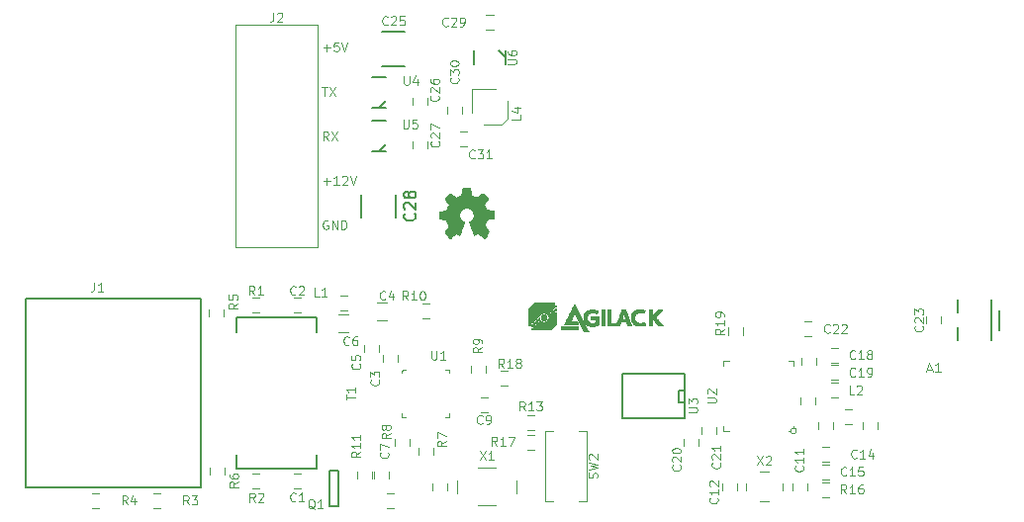
<source format=gbr>
%TF.GenerationSoftware,KiCad,Pcbnew,6.0.0*%
%TF.CreationDate,2022-01-14T21:47:45+01:00*%
%TF.ProjectId,cowmotics-aquarea,636f776d-6f74-4696-9373-2d6171756172,1*%
%TF.SameCoordinates,Original*%
%TF.FileFunction,Legend,Top*%
%TF.FilePolarity,Positive*%
%FSLAX46Y46*%
G04 Gerber Fmt 4.6, Leading zero omitted, Abs format (unit mm)*
G04 Created by KiCad (PCBNEW 6.0.0) date 2022-01-14 21:47:45*
%MOMM*%
%LPD*%
G01*
G04 APERTURE LIST*
%ADD10C,0.101600*%
%ADD11C,0.076200*%
%ADD12C,0.150000*%
%ADD13C,0.100000*%
%ADD14C,0.120000*%
%ADD15C,0.127000*%
%ADD16C,0.027940*%
G04 APERTURE END LIST*
D10*
X131247468Y-98114428D02*
X131828040Y-98114428D01*
X131537754Y-98404714D02*
X131537754Y-97824142D01*
X132590040Y-98404714D02*
X132154611Y-98404714D01*
X132372325Y-98404714D02*
X132372325Y-97642714D01*
X132299754Y-97751571D01*
X132227182Y-97824142D01*
X132154611Y-97860428D01*
X132880325Y-97715285D02*
X132916611Y-97679000D01*
X132989182Y-97642714D01*
X133170611Y-97642714D01*
X133243182Y-97679000D01*
X133279468Y-97715285D01*
X133315754Y-97787857D01*
X133315754Y-97860428D01*
X133279468Y-97969285D01*
X132844040Y-98404714D01*
X133315754Y-98404714D01*
X133533468Y-97642714D02*
X133787468Y-98404714D01*
X134041468Y-97642714D01*
X131247468Y-86684428D02*
X131828040Y-86684428D01*
X131537754Y-86974714D02*
X131537754Y-86394142D01*
X132553754Y-86212714D02*
X132190897Y-86212714D01*
X132154611Y-86575571D01*
X132190897Y-86539285D01*
X132263468Y-86503000D01*
X132444897Y-86503000D01*
X132517468Y-86539285D01*
X132553754Y-86575571D01*
X132590040Y-86648142D01*
X132590040Y-86829571D01*
X132553754Y-86902142D01*
X132517468Y-86938428D01*
X132444897Y-86974714D01*
X132263468Y-86974714D01*
X132190897Y-86938428D01*
X132154611Y-86902142D01*
X132807754Y-86212714D02*
X133061754Y-86974714D01*
X133315754Y-86212714D01*
X131682897Y-94594714D02*
X131428897Y-94231857D01*
X131247468Y-94594714D02*
X131247468Y-93832714D01*
X131537754Y-93832714D01*
X131610325Y-93869000D01*
X131646611Y-93905285D01*
X131682897Y-93977857D01*
X131682897Y-94086714D01*
X131646611Y-94159285D01*
X131610325Y-94195571D01*
X131537754Y-94231857D01*
X131247468Y-94231857D01*
X131936897Y-93832714D02*
X132444897Y-94594714D01*
X132444897Y-93832714D02*
X131936897Y-94594714D01*
X131138611Y-90022714D02*
X131574040Y-90022714D01*
X131356325Y-90784714D02*
X131356325Y-90022714D01*
X131755468Y-90022714D02*
X132263468Y-90784714D01*
X132263468Y-90022714D02*
X131755468Y-90784714D01*
X131646611Y-101489000D02*
X131574040Y-101452714D01*
X131465182Y-101452714D01*
X131356325Y-101489000D01*
X131283754Y-101561571D01*
X131247468Y-101634142D01*
X131211182Y-101779285D01*
X131211182Y-101888142D01*
X131247468Y-102033285D01*
X131283754Y-102105857D01*
X131356325Y-102178428D01*
X131465182Y-102214714D01*
X131537754Y-102214714D01*
X131646611Y-102178428D01*
X131682897Y-102142142D01*
X131682897Y-101888142D01*
X131537754Y-101888142D01*
X132009468Y-102214714D02*
X132009468Y-101452714D01*
X132444897Y-102214714D01*
X132444897Y-101452714D01*
X132807754Y-102214714D02*
X132807754Y-101452714D01*
X132989182Y-101452714D01*
X133098040Y-101489000D01*
X133170611Y-101561571D01*
X133206897Y-101634142D01*
X133243182Y-101779285D01*
X133243182Y-101888142D01*
X133206897Y-102033285D01*
X133170611Y-102105857D01*
X133098040Y-102178428D01*
X132989182Y-102214714D01*
X132807754Y-102214714D01*
D11*
%TO.C,X2*%
X168383142Y-121632714D02*
X168891142Y-122394714D01*
X168891142Y-121632714D02*
X168383142Y-122394714D01*
X169145142Y-121705285D02*
X169181428Y-121669000D01*
X169254000Y-121632714D01*
X169435428Y-121632714D01*
X169508000Y-121669000D01*
X169544285Y-121705285D01*
X169580571Y-121777857D01*
X169580571Y-121850428D01*
X169544285Y-121959285D01*
X169108857Y-122394714D01*
X169580571Y-122394714D01*
D10*
%TO.C,C22*%
X174590142Y-111022142D02*
X174553857Y-111058428D01*
X174445000Y-111094714D01*
X174372428Y-111094714D01*
X174263571Y-111058428D01*
X174191000Y-110985857D01*
X174154714Y-110913285D01*
X174118428Y-110768142D01*
X174118428Y-110659285D01*
X174154714Y-110514142D01*
X174191000Y-110441571D01*
X174263571Y-110369000D01*
X174372428Y-110332714D01*
X174445000Y-110332714D01*
X174553857Y-110369000D01*
X174590142Y-110405285D01*
X174880428Y-110405285D02*
X174916714Y-110369000D01*
X174989285Y-110332714D01*
X175170714Y-110332714D01*
X175243285Y-110369000D01*
X175279571Y-110405285D01*
X175315857Y-110477857D01*
X175315857Y-110550428D01*
X175279571Y-110659285D01*
X174844142Y-111094714D01*
X175315857Y-111094714D01*
X175606142Y-110405285D02*
X175642428Y-110369000D01*
X175715000Y-110332714D01*
X175896428Y-110332714D01*
X175969000Y-110369000D01*
X176005285Y-110405285D01*
X176041571Y-110477857D01*
X176041571Y-110550428D01*
X176005285Y-110659285D01*
X175569857Y-111094714D01*
X176041571Y-111094714D01*
%TO.C,C2*%
X128873000Y-107772142D02*
X128836714Y-107808428D01*
X128727857Y-107844714D01*
X128655285Y-107844714D01*
X128546428Y-107808428D01*
X128473857Y-107735857D01*
X128437571Y-107663285D01*
X128401285Y-107518142D01*
X128401285Y-107409285D01*
X128437571Y-107264142D01*
X128473857Y-107191571D01*
X128546428Y-107119000D01*
X128655285Y-107082714D01*
X128727857Y-107082714D01*
X128836714Y-107119000D01*
X128873000Y-107155285D01*
X129163285Y-107155285D02*
X129199571Y-107119000D01*
X129272142Y-107082714D01*
X129453571Y-107082714D01*
X129526142Y-107119000D01*
X129562428Y-107155285D01*
X129598714Y-107227857D01*
X129598714Y-107300428D01*
X129562428Y-107409285D01*
X129127000Y-107844714D01*
X129598714Y-107844714D01*
%TO.C,C19*%
X176762897Y-114772142D02*
X176726611Y-114808428D01*
X176617754Y-114844714D01*
X176545182Y-114844714D01*
X176436325Y-114808428D01*
X176363754Y-114735857D01*
X176327468Y-114663285D01*
X176291182Y-114518142D01*
X176291182Y-114409285D01*
X176327468Y-114264142D01*
X176363754Y-114191571D01*
X176436325Y-114119000D01*
X176545182Y-114082714D01*
X176617754Y-114082714D01*
X176726611Y-114119000D01*
X176762897Y-114155285D01*
X177488611Y-114844714D02*
X177053182Y-114844714D01*
X177270897Y-114844714D02*
X177270897Y-114082714D01*
X177198325Y-114191571D01*
X177125754Y-114264142D01*
X177053182Y-114300428D01*
X177851468Y-114844714D02*
X177996611Y-114844714D01*
X178069182Y-114808428D01*
X178105468Y-114772142D01*
X178178040Y-114663285D01*
X178214325Y-114518142D01*
X178214325Y-114227857D01*
X178178040Y-114155285D01*
X178141754Y-114119000D01*
X178069182Y-114082714D01*
X177924040Y-114082714D01*
X177851468Y-114119000D01*
X177815182Y-114155285D01*
X177778897Y-114227857D01*
X177778897Y-114409285D01*
X177815182Y-114481857D01*
X177851468Y-114518142D01*
X177924040Y-114554428D01*
X178069182Y-114554428D01*
X178141754Y-114518142D01*
X178178040Y-114481857D01*
X178214325Y-114409285D01*
%TO.C,R11*%
X134434714Y-121259857D02*
X134071857Y-121513857D01*
X134434714Y-121695285D02*
X133672714Y-121695285D01*
X133672714Y-121405000D01*
X133709000Y-121332428D01*
X133745285Y-121296142D01*
X133817857Y-121259857D01*
X133926714Y-121259857D01*
X133999285Y-121296142D01*
X134035571Y-121332428D01*
X134071857Y-121405000D01*
X134071857Y-121695285D01*
X134434714Y-120534142D02*
X134434714Y-120969571D01*
X134434714Y-120751857D02*
X133672714Y-120751857D01*
X133781571Y-120824428D01*
X133854142Y-120897000D01*
X133890428Y-120969571D01*
X134434714Y-119808428D02*
X134434714Y-120243857D01*
X134434714Y-120026142D02*
X133672714Y-120026142D01*
X133781571Y-120098714D01*
X133854142Y-120171285D01*
X133890428Y-120243857D01*
%TO.C,J2*%
X126996000Y-83672714D02*
X126996000Y-84217000D01*
X126959714Y-84325857D01*
X126887142Y-84398428D01*
X126778285Y-84434714D01*
X126705714Y-84434714D01*
X127322571Y-83745285D02*
X127358857Y-83709000D01*
X127431428Y-83672714D01*
X127612857Y-83672714D01*
X127685428Y-83709000D01*
X127721714Y-83745285D01*
X127758000Y-83817857D01*
X127758000Y-83890428D01*
X127721714Y-83999285D01*
X127286285Y-84434714D01*
X127758000Y-84434714D01*
%TO.C,C20*%
X161772142Y-122419857D02*
X161808428Y-122456142D01*
X161844714Y-122565000D01*
X161844714Y-122637571D01*
X161808428Y-122746428D01*
X161735857Y-122819000D01*
X161663285Y-122855285D01*
X161518142Y-122891571D01*
X161409285Y-122891571D01*
X161264142Y-122855285D01*
X161191571Y-122819000D01*
X161119000Y-122746428D01*
X161082714Y-122637571D01*
X161082714Y-122565000D01*
X161119000Y-122456142D01*
X161155285Y-122419857D01*
X161155285Y-122129571D02*
X161119000Y-122093285D01*
X161082714Y-122020714D01*
X161082714Y-121839285D01*
X161119000Y-121766714D01*
X161155285Y-121730428D01*
X161227857Y-121694142D01*
X161300428Y-121694142D01*
X161409285Y-121730428D01*
X161844714Y-122165857D01*
X161844714Y-121694142D01*
X161082714Y-121222428D02*
X161082714Y-121149857D01*
X161119000Y-121077285D01*
X161155285Y-121041000D01*
X161227857Y-121004714D01*
X161373000Y-120968428D01*
X161554428Y-120968428D01*
X161699571Y-121004714D01*
X161772142Y-121041000D01*
X161808428Y-121077285D01*
X161844714Y-121149857D01*
X161844714Y-121222428D01*
X161808428Y-121295000D01*
X161772142Y-121331285D01*
X161699571Y-121367571D01*
X161554428Y-121403857D01*
X161373000Y-121403857D01*
X161227857Y-121367571D01*
X161155285Y-121331285D01*
X161119000Y-121295000D01*
X161082714Y-121222428D01*
%TO.C,R3*%
X119723000Y-125804714D02*
X119469000Y-125441857D01*
X119287571Y-125804714D02*
X119287571Y-125042714D01*
X119577857Y-125042714D01*
X119650428Y-125079000D01*
X119686714Y-125115285D01*
X119723000Y-125187857D01*
X119723000Y-125296714D01*
X119686714Y-125369285D01*
X119650428Y-125405571D01*
X119577857Y-125441857D01*
X119287571Y-125441857D01*
X119977000Y-125042714D02*
X120448714Y-125042714D01*
X120194714Y-125333000D01*
X120303571Y-125333000D01*
X120376142Y-125369285D01*
X120412428Y-125405571D01*
X120448714Y-125478142D01*
X120448714Y-125659571D01*
X120412428Y-125732142D01*
X120376142Y-125768428D01*
X120303571Y-125804714D01*
X120085857Y-125804714D01*
X120013285Y-125768428D01*
X119977000Y-125732142D01*
%TO.C,R5*%
X123924714Y-108547000D02*
X123561857Y-108801000D01*
X123924714Y-108982428D02*
X123162714Y-108982428D01*
X123162714Y-108692142D01*
X123199000Y-108619571D01*
X123235285Y-108583285D01*
X123307857Y-108547000D01*
X123416714Y-108547000D01*
X123489285Y-108583285D01*
X123525571Y-108619571D01*
X123561857Y-108692142D01*
X123561857Y-108982428D01*
X123162714Y-107857571D02*
X123162714Y-108220428D01*
X123525571Y-108256714D01*
X123489285Y-108220428D01*
X123453000Y-108147857D01*
X123453000Y-107966428D01*
X123489285Y-107893857D01*
X123525571Y-107857571D01*
X123598142Y-107821285D01*
X123779571Y-107821285D01*
X123852142Y-107857571D01*
X123888428Y-107893857D01*
X123924714Y-107966428D01*
X123924714Y-108147857D01*
X123888428Y-108220428D01*
X123852142Y-108256714D01*
%TO.C,C31*%
X144190142Y-96102142D02*
X144153857Y-96138428D01*
X144045000Y-96174714D01*
X143972428Y-96174714D01*
X143863571Y-96138428D01*
X143791000Y-96065857D01*
X143754714Y-95993285D01*
X143718428Y-95848142D01*
X143718428Y-95739285D01*
X143754714Y-95594142D01*
X143791000Y-95521571D01*
X143863571Y-95449000D01*
X143972428Y-95412714D01*
X144045000Y-95412714D01*
X144153857Y-95449000D01*
X144190142Y-95485285D01*
X144444142Y-95412714D02*
X144915857Y-95412714D01*
X144661857Y-95703000D01*
X144770714Y-95703000D01*
X144843285Y-95739285D01*
X144879571Y-95775571D01*
X144915857Y-95848142D01*
X144915857Y-96029571D01*
X144879571Y-96102142D01*
X144843285Y-96138428D01*
X144770714Y-96174714D01*
X144553000Y-96174714D01*
X144480428Y-96138428D01*
X144444142Y-96102142D01*
X145641571Y-96174714D02*
X145206142Y-96174714D01*
X145423857Y-96174714D02*
X145423857Y-95412714D01*
X145351285Y-95521571D01*
X145278714Y-95594142D01*
X145206142Y-95630428D01*
D11*
%TO.C,U5*%
X138099428Y-92832714D02*
X138099428Y-93449571D01*
X138135714Y-93522142D01*
X138172000Y-93558428D01*
X138244571Y-93594714D01*
X138389714Y-93594714D01*
X138462285Y-93558428D01*
X138498571Y-93522142D01*
X138534857Y-93449571D01*
X138534857Y-92832714D01*
X139260571Y-92832714D02*
X138897714Y-92832714D01*
X138861428Y-93195571D01*
X138897714Y-93159285D01*
X138970285Y-93123000D01*
X139151714Y-93123000D01*
X139224285Y-93159285D01*
X139260571Y-93195571D01*
X139296857Y-93268142D01*
X139296857Y-93449571D01*
X139260571Y-93522142D01*
X139224285Y-93558428D01*
X139151714Y-93594714D01*
X138970285Y-93594714D01*
X138897714Y-93558428D01*
X138861428Y-93522142D01*
D10*
%TO.C,R2*%
X125393000Y-125564714D02*
X125139000Y-125201857D01*
X124957571Y-125564714D02*
X124957571Y-124802714D01*
X125247857Y-124802714D01*
X125320428Y-124839000D01*
X125356714Y-124875285D01*
X125393000Y-124947857D01*
X125393000Y-125056714D01*
X125356714Y-125129285D01*
X125320428Y-125165571D01*
X125247857Y-125201857D01*
X124957571Y-125201857D01*
X125683285Y-124875285D02*
X125719571Y-124839000D01*
X125792142Y-124802714D01*
X125973571Y-124802714D01*
X126046142Y-124839000D01*
X126082428Y-124875285D01*
X126118714Y-124947857D01*
X126118714Y-125020428D01*
X126082428Y-125129285D01*
X125647000Y-125564714D01*
X126118714Y-125564714D01*
%TO.C,C12*%
X164962142Y-125229857D02*
X164998428Y-125266142D01*
X165034714Y-125375000D01*
X165034714Y-125447571D01*
X164998428Y-125556428D01*
X164925857Y-125629000D01*
X164853285Y-125665285D01*
X164708142Y-125701571D01*
X164599285Y-125701571D01*
X164454142Y-125665285D01*
X164381571Y-125629000D01*
X164309000Y-125556428D01*
X164272714Y-125447571D01*
X164272714Y-125375000D01*
X164309000Y-125266142D01*
X164345285Y-125229857D01*
X165034714Y-124504142D02*
X165034714Y-124939571D01*
X165034714Y-124721857D02*
X164272714Y-124721857D01*
X164381571Y-124794428D01*
X164454142Y-124867000D01*
X164490428Y-124939571D01*
X164345285Y-124213857D02*
X164309000Y-124177571D01*
X164272714Y-124105000D01*
X164272714Y-123923571D01*
X164309000Y-123851000D01*
X164345285Y-123814714D01*
X164417857Y-123778428D01*
X164490428Y-123778428D01*
X164599285Y-123814714D01*
X165034714Y-124250142D01*
X165034714Y-123778428D01*
%TO.C,R19*%
X165554714Y-110749857D02*
X165191857Y-111003857D01*
X165554714Y-111185285D02*
X164792714Y-111185285D01*
X164792714Y-110895000D01*
X164829000Y-110822428D01*
X164865285Y-110786142D01*
X164937857Y-110749857D01*
X165046714Y-110749857D01*
X165119285Y-110786142D01*
X165155571Y-110822428D01*
X165191857Y-110895000D01*
X165191857Y-111185285D01*
X165554714Y-110024142D02*
X165554714Y-110459571D01*
X165554714Y-110241857D02*
X164792714Y-110241857D01*
X164901571Y-110314428D01*
X164974142Y-110387000D01*
X165010428Y-110459571D01*
X165554714Y-109661285D02*
X165554714Y-109516142D01*
X165518428Y-109443571D01*
X165482142Y-109407285D01*
X165373285Y-109334714D01*
X165228142Y-109298428D01*
X164937857Y-109298428D01*
X164865285Y-109334714D01*
X164829000Y-109371000D01*
X164792714Y-109443571D01*
X164792714Y-109588714D01*
X164829000Y-109661285D01*
X164865285Y-109697571D01*
X164937857Y-109733857D01*
X165119285Y-109733857D01*
X165191857Y-109697571D01*
X165228142Y-109661285D01*
X165264428Y-109588714D01*
X165264428Y-109443571D01*
X165228142Y-109371000D01*
X165191857Y-109334714D01*
X165119285Y-109298428D01*
%TO.C,SW2*%
X154668428Y-123516000D02*
X154704714Y-123407142D01*
X154704714Y-123225714D01*
X154668428Y-123153142D01*
X154632142Y-123116857D01*
X154559571Y-123080571D01*
X154487000Y-123080571D01*
X154414428Y-123116857D01*
X154378142Y-123153142D01*
X154341857Y-123225714D01*
X154305571Y-123370857D01*
X154269285Y-123443428D01*
X154233000Y-123479714D01*
X154160428Y-123516000D01*
X154087857Y-123516000D01*
X154015285Y-123479714D01*
X153979000Y-123443428D01*
X153942714Y-123370857D01*
X153942714Y-123189428D01*
X153979000Y-123080571D01*
X153942714Y-122826571D02*
X154704714Y-122645142D01*
X154160428Y-122500000D01*
X154704714Y-122354857D01*
X153942714Y-122173428D01*
X154015285Y-121919428D02*
X153979000Y-121883142D01*
X153942714Y-121810571D01*
X153942714Y-121629142D01*
X153979000Y-121556571D01*
X154015285Y-121520285D01*
X154087857Y-121484000D01*
X154160428Y-121484000D01*
X154269285Y-121520285D01*
X154704714Y-121955714D01*
X154704714Y-121484000D01*
D11*
%TO.C,U4*%
X138169428Y-89082714D02*
X138169428Y-89699571D01*
X138205714Y-89772142D01*
X138242000Y-89808428D01*
X138314571Y-89844714D01*
X138459714Y-89844714D01*
X138532285Y-89808428D01*
X138568571Y-89772142D01*
X138604857Y-89699571D01*
X138604857Y-89082714D01*
X139294285Y-89336714D02*
X139294285Y-89844714D01*
X139112857Y-89046428D02*
X138931428Y-89590714D01*
X139403142Y-89590714D01*
D10*
%TO.C,R16*%
X176012897Y-124844714D02*
X175758897Y-124481857D01*
X175577468Y-124844714D02*
X175577468Y-124082714D01*
X175867754Y-124082714D01*
X175940325Y-124119000D01*
X175976611Y-124155285D01*
X176012897Y-124227857D01*
X176012897Y-124336714D01*
X175976611Y-124409285D01*
X175940325Y-124445571D01*
X175867754Y-124481857D01*
X175577468Y-124481857D01*
X176738611Y-124844714D02*
X176303182Y-124844714D01*
X176520897Y-124844714D02*
X176520897Y-124082714D01*
X176448325Y-124191571D01*
X176375754Y-124264142D01*
X176303182Y-124300428D01*
X177391754Y-124082714D02*
X177246611Y-124082714D01*
X177174040Y-124119000D01*
X177137754Y-124155285D01*
X177065182Y-124264142D01*
X177028897Y-124409285D01*
X177028897Y-124699571D01*
X177065182Y-124772142D01*
X177101468Y-124808428D01*
X177174040Y-124844714D01*
X177319182Y-124844714D01*
X177391754Y-124808428D01*
X177428040Y-124772142D01*
X177464325Y-124699571D01*
X177464325Y-124518142D01*
X177428040Y-124445571D01*
X177391754Y-124409285D01*
X177319182Y-124373000D01*
X177174040Y-124373000D01*
X177101468Y-124409285D01*
X177065182Y-124445571D01*
X177028897Y-124518142D01*
%TO.C,U1*%
X140509428Y-112632714D02*
X140509428Y-113249571D01*
X140545714Y-113322142D01*
X140582000Y-113358428D01*
X140654571Y-113394714D01*
X140799714Y-113394714D01*
X140872285Y-113358428D01*
X140908571Y-113322142D01*
X140944857Y-113249571D01*
X140944857Y-112632714D01*
X141706857Y-113394714D02*
X141271428Y-113394714D01*
X141489142Y-113394714D02*
X141489142Y-112632714D01*
X141416571Y-112741571D01*
X141344000Y-112814142D01*
X141271428Y-112850428D01*
%TO.C,C15*%
X176012897Y-123272142D02*
X175976611Y-123308428D01*
X175867754Y-123344714D01*
X175795182Y-123344714D01*
X175686325Y-123308428D01*
X175613754Y-123235857D01*
X175577468Y-123163285D01*
X175541182Y-123018142D01*
X175541182Y-122909285D01*
X175577468Y-122764142D01*
X175613754Y-122691571D01*
X175686325Y-122619000D01*
X175795182Y-122582714D01*
X175867754Y-122582714D01*
X175976611Y-122619000D01*
X176012897Y-122655285D01*
X176738611Y-123344714D02*
X176303182Y-123344714D01*
X176520897Y-123344714D02*
X176520897Y-122582714D01*
X176448325Y-122691571D01*
X176375754Y-122764142D01*
X176303182Y-122800428D01*
X177428040Y-122582714D02*
X177065182Y-122582714D01*
X177028897Y-122945571D01*
X177065182Y-122909285D01*
X177137754Y-122873000D01*
X177319182Y-122873000D01*
X177391754Y-122909285D01*
X177428040Y-122945571D01*
X177464325Y-123018142D01*
X177464325Y-123199571D01*
X177428040Y-123272142D01*
X177391754Y-123308428D01*
X177319182Y-123344714D01*
X177137754Y-123344714D01*
X177065182Y-123308428D01*
X177028897Y-123272142D01*
%TO.C,L4*%
X148134714Y-92437000D02*
X148134714Y-92799857D01*
X147372714Y-92799857D01*
X147626714Y-91856428D02*
X148134714Y-91856428D01*
X147336428Y-92037857D02*
X147880714Y-92219285D01*
X147880714Y-91747571D01*
%TO.C,L1*%
X130893000Y-107964714D02*
X130530142Y-107964714D01*
X130530142Y-107202714D01*
X131546142Y-107964714D02*
X131110714Y-107964714D01*
X131328428Y-107964714D02*
X131328428Y-107202714D01*
X131255857Y-107311571D01*
X131183285Y-107384142D01*
X131110714Y-107420428D01*
%TO.C,R18*%
X146720142Y-114084714D02*
X146466142Y-113721857D01*
X146284714Y-114084714D02*
X146284714Y-113322714D01*
X146575000Y-113322714D01*
X146647571Y-113359000D01*
X146683857Y-113395285D01*
X146720142Y-113467857D01*
X146720142Y-113576714D01*
X146683857Y-113649285D01*
X146647571Y-113685571D01*
X146575000Y-113721857D01*
X146284714Y-113721857D01*
X147445857Y-114084714D02*
X147010428Y-114084714D01*
X147228142Y-114084714D02*
X147228142Y-113322714D01*
X147155571Y-113431571D01*
X147083000Y-113504142D01*
X147010428Y-113540428D01*
X147881285Y-113649285D02*
X147808714Y-113613000D01*
X147772428Y-113576714D01*
X147736142Y-113504142D01*
X147736142Y-113467857D01*
X147772428Y-113395285D01*
X147808714Y-113359000D01*
X147881285Y-113322714D01*
X148026428Y-113322714D01*
X148099000Y-113359000D01*
X148135285Y-113395285D01*
X148171571Y-113467857D01*
X148171571Y-113504142D01*
X148135285Y-113576714D01*
X148099000Y-113613000D01*
X148026428Y-113649285D01*
X147881285Y-113649285D01*
X147808714Y-113685571D01*
X147772428Y-113721857D01*
X147736142Y-113794428D01*
X147736142Y-113939571D01*
X147772428Y-114012142D01*
X147808714Y-114048428D01*
X147881285Y-114084714D01*
X148026428Y-114084714D01*
X148099000Y-114048428D01*
X148135285Y-114012142D01*
X148171571Y-113939571D01*
X148171571Y-113794428D01*
X148135285Y-113721857D01*
X148099000Y-113685571D01*
X148026428Y-113649285D01*
%TO.C,A1*%
X182928500Y-114213750D02*
X183309500Y-114213750D01*
X182852300Y-114442350D02*
X183119000Y-113642250D01*
X183385700Y-114442350D01*
X184071500Y-114442350D02*
X183614300Y-114442350D01*
X183842900Y-114442350D02*
X183842900Y-113642250D01*
X183766700Y-113756550D01*
X183690500Y-113832750D01*
X183614300Y-113870850D01*
%TO.C,Q1*%
X130517428Y-126177285D02*
X130444857Y-126141000D01*
X130372285Y-126068428D01*
X130263428Y-125959571D01*
X130190857Y-125923285D01*
X130118285Y-125923285D01*
X130154571Y-126104714D02*
X130082000Y-126068428D01*
X130009428Y-125995857D01*
X129973142Y-125850714D01*
X129973142Y-125596714D01*
X130009428Y-125451571D01*
X130082000Y-125379000D01*
X130154571Y-125342714D01*
X130299714Y-125342714D01*
X130372285Y-125379000D01*
X130444857Y-125451571D01*
X130481142Y-125596714D01*
X130481142Y-125850714D01*
X130444857Y-125995857D01*
X130372285Y-126068428D01*
X130299714Y-126104714D01*
X130154571Y-126104714D01*
X131206857Y-126104714D02*
X130771428Y-126104714D01*
X130989142Y-126104714D02*
X130989142Y-125342714D01*
X130916571Y-125451571D01*
X130844000Y-125524142D01*
X130771428Y-125560428D01*
%TO.C,C5*%
X134342142Y-113737000D02*
X134378428Y-113773285D01*
X134414714Y-113882142D01*
X134414714Y-113954714D01*
X134378428Y-114063571D01*
X134305857Y-114136142D01*
X134233285Y-114172428D01*
X134088142Y-114208714D01*
X133979285Y-114208714D01*
X133834142Y-114172428D01*
X133761571Y-114136142D01*
X133689000Y-114063571D01*
X133652714Y-113954714D01*
X133652714Y-113882142D01*
X133689000Y-113773285D01*
X133725285Y-113737000D01*
X133652714Y-113047571D02*
X133652714Y-113410428D01*
X134015571Y-113446714D01*
X133979285Y-113410428D01*
X133943000Y-113337857D01*
X133943000Y-113156428D01*
X133979285Y-113083857D01*
X134015571Y-113047571D01*
X134088142Y-113011285D01*
X134269571Y-113011285D01*
X134342142Y-113047571D01*
X134378428Y-113083857D01*
X134414714Y-113156428D01*
X134414714Y-113337857D01*
X134378428Y-113410428D01*
X134342142Y-113446714D01*
%TO.C,C27*%
X141122142Y-94689857D02*
X141158428Y-94726142D01*
X141194714Y-94835000D01*
X141194714Y-94907571D01*
X141158428Y-95016428D01*
X141085857Y-95089000D01*
X141013285Y-95125285D01*
X140868142Y-95161571D01*
X140759285Y-95161571D01*
X140614142Y-95125285D01*
X140541571Y-95089000D01*
X140469000Y-95016428D01*
X140432714Y-94907571D01*
X140432714Y-94835000D01*
X140469000Y-94726142D01*
X140505285Y-94689857D01*
X140505285Y-94399571D02*
X140469000Y-94363285D01*
X140432714Y-94290714D01*
X140432714Y-94109285D01*
X140469000Y-94036714D01*
X140505285Y-94000428D01*
X140577857Y-93964142D01*
X140650428Y-93964142D01*
X140759285Y-94000428D01*
X141194714Y-94435857D01*
X141194714Y-93964142D01*
X140432714Y-93710142D02*
X140432714Y-93202142D01*
X141194714Y-93528714D01*
%TO.C,U3*%
X162502714Y-117900571D02*
X163119571Y-117900571D01*
X163192142Y-117864285D01*
X163228428Y-117828000D01*
X163264714Y-117755428D01*
X163264714Y-117610285D01*
X163228428Y-117537714D01*
X163192142Y-117501428D01*
X163119571Y-117465142D01*
X162502714Y-117465142D01*
X162502714Y-117174857D02*
X162502714Y-116703142D01*
X162793000Y-116957142D01*
X162793000Y-116848285D01*
X162829285Y-116775714D01*
X162865571Y-116739428D01*
X162938142Y-116703142D01*
X163119571Y-116703142D01*
X163192142Y-116739428D01*
X163228428Y-116775714D01*
X163264714Y-116848285D01*
X163264714Y-117066000D01*
X163228428Y-117138571D01*
X163192142Y-117174857D01*
%TO.C,C18*%
X176762897Y-113272142D02*
X176726611Y-113308428D01*
X176617754Y-113344714D01*
X176545182Y-113344714D01*
X176436325Y-113308428D01*
X176363754Y-113235857D01*
X176327468Y-113163285D01*
X176291182Y-113018142D01*
X176291182Y-112909285D01*
X176327468Y-112764142D01*
X176363754Y-112691571D01*
X176436325Y-112619000D01*
X176545182Y-112582714D01*
X176617754Y-112582714D01*
X176726611Y-112619000D01*
X176762897Y-112655285D01*
X177488611Y-113344714D02*
X177053182Y-113344714D01*
X177270897Y-113344714D02*
X177270897Y-112582714D01*
X177198325Y-112691571D01*
X177125754Y-112764142D01*
X177053182Y-112800428D01*
X177924040Y-112909285D02*
X177851468Y-112873000D01*
X177815182Y-112836714D01*
X177778897Y-112764142D01*
X177778897Y-112727857D01*
X177815182Y-112655285D01*
X177851468Y-112619000D01*
X177924040Y-112582714D01*
X178069182Y-112582714D01*
X178141754Y-112619000D01*
X178178040Y-112655285D01*
X178214325Y-112727857D01*
X178214325Y-112764142D01*
X178178040Y-112836714D01*
X178141754Y-112873000D01*
X178069182Y-112909285D01*
X177924040Y-112909285D01*
X177851468Y-112945571D01*
X177815182Y-112981857D01*
X177778897Y-113054428D01*
X177778897Y-113199571D01*
X177815182Y-113272142D01*
X177851468Y-113308428D01*
X177924040Y-113344714D01*
X178069182Y-113344714D01*
X178141754Y-113308428D01*
X178178040Y-113272142D01*
X178214325Y-113199571D01*
X178214325Y-113054428D01*
X178178040Y-112981857D01*
X178141754Y-112945571D01*
X178069182Y-112909285D01*
D12*
%TO.C,C28*%
X139057142Y-100892857D02*
X139104761Y-100940476D01*
X139152380Y-101083333D01*
X139152380Y-101178571D01*
X139104761Y-101321428D01*
X139009523Y-101416666D01*
X138914285Y-101464285D01*
X138723809Y-101511904D01*
X138580952Y-101511904D01*
X138390476Y-101464285D01*
X138295238Y-101416666D01*
X138200000Y-101321428D01*
X138152380Y-101178571D01*
X138152380Y-101083333D01*
X138200000Y-100940476D01*
X138247619Y-100892857D01*
X138247619Y-100511904D02*
X138200000Y-100464285D01*
X138152380Y-100369047D01*
X138152380Y-100130952D01*
X138200000Y-100035714D01*
X138247619Y-99988095D01*
X138342857Y-99940476D01*
X138438095Y-99940476D01*
X138580952Y-99988095D01*
X139152380Y-100559523D01*
X139152380Y-99940476D01*
X138580952Y-99369047D02*
X138533333Y-99464285D01*
X138485714Y-99511904D01*
X138390476Y-99559523D01*
X138342857Y-99559523D01*
X138247619Y-99511904D01*
X138200000Y-99464285D01*
X138152380Y-99369047D01*
X138152380Y-99178571D01*
X138200000Y-99083333D01*
X138247619Y-99035714D01*
X138342857Y-98988095D01*
X138390476Y-98988095D01*
X138485714Y-99035714D01*
X138533333Y-99083333D01*
X138580952Y-99178571D01*
X138580952Y-99369047D01*
X138628571Y-99464285D01*
X138676190Y-99511904D01*
X138771428Y-99559523D01*
X138961904Y-99559523D01*
X139057142Y-99511904D01*
X139104761Y-99464285D01*
X139152380Y-99369047D01*
X139152380Y-99178571D01*
X139104761Y-99083333D01*
X139057142Y-99035714D01*
X138961904Y-98988095D01*
X138771428Y-98988095D01*
X138676190Y-99035714D01*
X138628571Y-99083333D01*
X138580952Y-99178571D01*
D10*
%TO.C,C3*%
X135982142Y-115117000D02*
X136018428Y-115153285D01*
X136054714Y-115262142D01*
X136054714Y-115334714D01*
X136018428Y-115443571D01*
X135945857Y-115516142D01*
X135873285Y-115552428D01*
X135728142Y-115588714D01*
X135619285Y-115588714D01*
X135474142Y-115552428D01*
X135401571Y-115516142D01*
X135329000Y-115443571D01*
X135292714Y-115334714D01*
X135292714Y-115262142D01*
X135329000Y-115153285D01*
X135365285Y-115117000D01*
X135292714Y-114863000D02*
X135292714Y-114391285D01*
X135583000Y-114645285D01*
X135583000Y-114536428D01*
X135619285Y-114463857D01*
X135655571Y-114427571D01*
X135728142Y-114391285D01*
X135909571Y-114391285D01*
X135982142Y-114427571D01*
X136018428Y-114463857D01*
X136054714Y-114536428D01*
X136054714Y-114754142D01*
X136018428Y-114826714D01*
X135982142Y-114863000D01*
%TO.C,R1*%
X125373000Y-107844714D02*
X125119000Y-107481857D01*
X124937571Y-107844714D02*
X124937571Y-107082714D01*
X125227857Y-107082714D01*
X125300428Y-107119000D01*
X125336714Y-107155285D01*
X125373000Y-107227857D01*
X125373000Y-107336714D01*
X125336714Y-107409285D01*
X125300428Y-107445571D01*
X125227857Y-107481857D01*
X124937571Y-107481857D01*
X126098714Y-107844714D02*
X125663285Y-107844714D01*
X125881000Y-107844714D02*
X125881000Y-107082714D01*
X125808428Y-107191571D01*
X125735857Y-107264142D01*
X125663285Y-107300428D01*
%TO.C,R8*%
X137004714Y-119687000D02*
X136641857Y-119941000D01*
X137004714Y-120122428D02*
X136242714Y-120122428D01*
X136242714Y-119832142D01*
X136279000Y-119759571D01*
X136315285Y-119723285D01*
X136387857Y-119687000D01*
X136496714Y-119687000D01*
X136569285Y-119723285D01*
X136605571Y-119759571D01*
X136641857Y-119832142D01*
X136641857Y-120122428D01*
X136569285Y-119251571D02*
X136533000Y-119324142D01*
X136496714Y-119360428D01*
X136424142Y-119396714D01*
X136387857Y-119396714D01*
X136315285Y-119360428D01*
X136279000Y-119324142D01*
X136242714Y-119251571D01*
X136242714Y-119106428D01*
X136279000Y-119033857D01*
X136315285Y-118997571D01*
X136387857Y-118961285D01*
X136424142Y-118961285D01*
X136496714Y-118997571D01*
X136533000Y-119033857D01*
X136569285Y-119106428D01*
X136569285Y-119251571D01*
X136605571Y-119324142D01*
X136641857Y-119360428D01*
X136714428Y-119396714D01*
X136859571Y-119396714D01*
X136932142Y-119360428D01*
X136968428Y-119324142D01*
X137004714Y-119251571D01*
X137004714Y-119106428D01*
X136968428Y-119033857D01*
X136932142Y-118997571D01*
X136859571Y-118961285D01*
X136714428Y-118961285D01*
X136641857Y-118997571D01*
X136605571Y-119033857D01*
X136569285Y-119106428D01*
%TO.C,C29*%
X141910142Y-84772142D02*
X141873857Y-84808428D01*
X141765000Y-84844714D01*
X141692428Y-84844714D01*
X141583571Y-84808428D01*
X141511000Y-84735857D01*
X141474714Y-84663285D01*
X141438428Y-84518142D01*
X141438428Y-84409285D01*
X141474714Y-84264142D01*
X141511000Y-84191571D01*
X141583571Y-84119000D01*
X141692428Y-84082714D01*
X141765000Y-84082714D01*
X141873857Y-84119000D01*
X141910142Y-84155285D01*
X142200428Y-84155285D02*
X142236714Y-84119000D01*
X142309285Y-84082714D01*
X142490714Y-84082714D01*
X142563285Y-84119000D01*
X142599571Y-84155285D01*
X142635857Y-84227857D01*
X142635857Y-84300428D01*
X142599571Y-84409285D01*
X142164142Y-84844714D01*
X142635857Y-84844714D01*
X142998714Y-84844714D02*
X143143857Y-84844714D01*
X143216428Y-84808428D01*
X143252714Y-84772142D01*
X143325285Y-84663285D01*
X143361571Y-84518142D01*
X143361571Y-84227857D01*
X143325285Y-84155285D01*
X143289000Y-84119000D01*
X143216428Y-84082714D01*
X143071285Y-84082714D01*
X142998714Y-84119000D01*
X142962428Y-84155285D01*
X142926142Y-84227857D01*
X142926142Y-84409285D01*
X142962428Y-84481857D01*
X142998714Y-84518142D01*
X143071285Y-84554428D01*
X143216428Y-84554428D01*
X143289000Y-84518142D01*
X143325285Y-84481857D01*
X143361571Y-84409285D01*
%TO.C,C14*%
X176892897Y-121772142D02*
X176856611Y-121808428D01*
X176747754Y-121844714D01*
X176675182Y-121844714D01*
X176566325Y-121808428D01*
X176493754Y-121735857D01*
X176457468Y-121663285D01*
X176421182Y-121518142D01*
X176421182Y-121409285D01*
X176457468Y-121264142D01*
X176493754Y-121191571D01*
X176566325Y-121119000D01*
X176675182Y-121082714D01*
X176747754Y-121082714D01*
X176856611Y-121119000D01*
X176892897Y-121155285D01*
X177618611Y-121844714D02*
X177183182Y-121844714D01*
X177400897Y-121844714D02*
X177400897Y-121082714D01*
X177328325Y-121191571D01*
X177255754Y-121264142D01*
X177183182Y-121300428D01*
X178271754Y-121336714D02*
X178271754Y-121844714D01*
X178090325Y-121046428D02*
X177908897Y-121590714D01*
X178380611Y-121590714D01*
%TO.C,R7*%
X141744714Y-120367000D02*
X141381857Y-120621000D01*
X141744714Y-120802428D02*
X140982714Y-120802428D01*
X140982714Y-120512142D01*
X141019000Y-120439571D01*
X141055285Y-120403285D01*
X141127857Y-120367000D01*
X141236714Y-120367000D01*
X141309285Y-120403285D01*
X141345571Y-120439571D01*
X141381857Y-120512142D01*
X141381857Y-120802428D01*
X140982714Y-120113000D02*
X140982714Y-119605000D01*
X141744714Y-119931571D01*
%TO.C,C25*%
X136760142Y-84672142D02*
X136723857Y-84708428D01*
X136615000Y-84744714D01*
X136542428Y-84744714D01*
X136433571Y-84708428D01*
X136361000Y-84635857D01*
X136324714Y-84563285D01*
X136288428Y-84418142D01*
X136288428Y-84309285D01*
X136324714Y-84164142D01*
X136361000Y-84091571D01*
X136433571Y-84019000D01*
X136542428Y-83982714D01*
X136615000Y-83982714D01*
X136723857Y-84019000D01*
X136760142Y-84055285D01*
X137050428Y-84055285D02*
X137086714Y-84019000D01*
X137159285Y-83982714D01*
X137340714Y-83982714D01*
X137413285Y-84019000D01*
X137449571Y-84055285D01*
X137485857Y-84127857D01*
X137485857Y-84200428D01*
X137449571Y-84309285D01*
X137014142Y-84744714D01*
X137485857Y-84744714D01*
X138175285Y-83982714D02*
X137812428Y-83982714D01*
X137776142Y-84345571D01*
X137812428Y-84309285D01*
X137885000Y-84273000D01*
X138066428Y-84273000D01*
X138139000Y-84309285D01*
X138175285Y-84345571D01*
X138211571Y-84418142D01*
X138211571Y-84599571D01*
X138175285Y-84672142D01*
X138139000Y-84708428D01*
X138066428Y-84744714D01*
X137885000Y-84744714D01*
X137812428Y-84708428D01*
X137776142Y-84672142D01*
%TO.C,C1*%
X128873000Y-125472142D02*
X128836714Y-125508428D01*
X128727857Y-125544714D01*
X128655285Y-125544714D01*
X128546428Y-125508428D01*
X128473857Y-125435857D01*
X128437571Y-125363285D01*
X128401285Y-125218142D01*
X128401285Y-125109285D01*
X128437571Y-124964142D01*
X128473857Y-124891571D01*
X128546428Y-124819000D01*
X128655285Y-124782714D01*
X128727857Y-124782714D01*
X128836714Y-124819000D01*
X128873000Y-124855285D01*
X129598714Y-125544714D02*
X129163285Y-125544714D01*
X129381000Y-125544714D02*
X129381000Y-124782714D01*
X129308428Y-124891571D01*
X129235857Y-124964142D01*
X129163285Y-125000428D01*
%TO.C,C6*%
X133463000Y-112082142D02*
X133426714Y-112118428D01*
X133317857Y-112154714D01*
X133245285Y-112154714D01*
X133136428Y-112118428D01*
X133063857Y-112045857D01*
X133027571Y-111973285D01*
X132991285Y-111828142D01*
X132991285Y-111719285D01*
X133027571Y-111574142D01*
X133063857Y-111501571D01*
X133136428Y-111429000D01*
X133245285Y-111392714D01*
X133317857Y-111392714D01*
X133426714Y-111429000D01*
X133463000Y-111465285D01*
X134116142Y-111392714D02*
X133971000Y-111392714D01*
X133898428Y-111429000D01*
X133862142Y-111465285D01*
X133789571Y-111574142D01*
X133753285Y-111719285D01*
X133753285Y-112009571D01*
X133789571Y-112082142D01*
X133825857Y-112118428D01*
X133898428Y-112154714D01*
X134043571Y-112154714D01*
X134116142Y-112118428D01*
X134152428Y-112082142D01*
X134188714Y-112009571D01*
X134188714Y-111828142D01*
X134152428Y-111755571D01*
X134116142Y-111719285D01*
X134043571Y-111683000D01*
X133898428Y-111683000D01*
X133825857Y-111719285D01*
X133789571Y-111755571D01*
X133753285Y-111828142D01*
%TO.C,C9*%
X144873000Y-118822142D02*
X144836714Y-118858428D01*
X144727857Y-118894714D01*
X144655285Y-118894714D01*
X144546428Y-118858428D01*
X144473857Y-118785857D01*
X144437571Y-118713285D01*
X144401285Y-118568142D01*
X144401285Y-118459285D01*
X144437571Y-118314142D01*
X144473857Y-118241571D01*
X144546428Y-118169000D01*
X144655285Y-118132714D01*
X144727857Y-118132714D01*
X144836714Y-118169000D01*
X144873000Y-118205285D01*
X145235857Y-118894714D02*
X145381000Y-118894714D01*
X145453571Y-118858428D01*
X145489857Y-118822142D01*
X145562428Y-118713285D01*
X145598714Y-118568142D01*
X145598714Y-118277857D01*
X145562428Y-118205285D01*
X145526142Y-118169000D01*
X145453571Y-118132714D01*
X145308428Y-118132714D01*
X145235857Y-118169000D01*
X145199571Y-118205285D01*
X145163285Y-118277857D01*
X145163285Y-118459285D01*
X145199571Y-118531857D01*
X145235857Y-118568142D01*
X145308428Y-118604428D01*
X145453571Y-118604428D01*
X145526142Y-118568142D01*
X145562428Y-118531857D01*
X145598714Y-118459285D01*
%TO.C,C26*%
X141072142Y-90779857D02*
X141108428Y-90816142D01*
X141144714Y-90925000D01*
X141144714Y-90997571D01*
X141108428Y-91106428D01*
X141035857Y-91179000D01*
X140963285Y-91215285D01*
X140818142Y-91251571D01*
X140709285Y-91251571D01*
X140564142Y-91215285D01*
X140491571Y-91179000D01*
X140419000Y-91106428D01*
X140382714Y-90997571D01*
X140382714Y-90925000D01*
X140419000Y-90816142D01*
X140455285Y-90779857D01*
X140455285Y-90489571D02*
X140419000Y-90453285D01*
X140382714Y-90380714D01*
X140382714Y-90199285D01*
X140419000Y-90126714D01*
X140455285Y-90090428D01*
X140527857Y-90054142D01*
X140600428Y-90054142D01*
X140709285Y-90090428D01*
X141144714Y-90525857D01*
X141144714Y-90054142D01*
X140382714Y-89401000D02*
X140382714Y-89546142D01*
X140419000Y-89618714D01*
X140455285Y-89655000D01*
X140564142Y-89727571D01*
X140709285Y-89763857D01*
X140999571Y-89763857D01*
X141072142Y-89727571D01*
X141108428Y-89691285D01*
X141144714Y-89618714D01*
X141144714Y-89473571D01*
X141108428Y-89401000D01*
X141072142Y-89364714D01*
X140999571Y-89328428D01*
X140818142Y-89328428D01*
X140745571Y-89364714D01*
X140709285Y-89401000D01*
X140673000Y-89473571D01*
X140673000Y-89618714D01*
X140709285Y-89691285D01*
X140745571Y-89727571D01*
X140818142Y-89763857D01*
%TO.C,C11*%
X172272142Y-122487102D02*
X172308428Y-122523388D01*
X172344714Y-122632245D01*
X172344714Y-122704817D01*
X172308428Y-122813674D01*
X172235857Y-122886245D01*
X172163285Y-122922531D01*
X172018142Y-122958817D01*
X171909285Y-122958817D01*
X171764142Y-122922531D01*
X171691571Y-122886245D01*
X171619000Y-122813674D01*
X171582714Y-122704817D01*
X171582714Y-122632245D01*
X171619000Y-122523388D01*
X171655285Y-122487102D01*
X172344714Y-121761388D02*
X172344714Y-122196817D01*
X172344714Y-121979102D02*
X171582714Y-121979102D01*
X171691571Y-122051674D01*
X171764142Y-122124245D01*
X171800428Y-122196817D01*
X172344714Y-121035674D02*
X172344714Y-121471102D01*
X172344714Y-121253388D02*
X171582714Y-121253388D01*
X171691571Y-121325960D01*
X171764142Y-121398531D01*
X171800428Y-121471102D01*
%TO.C,R9*%
X144824714Y-112327000D02*
X144461857Y-112581000D01*
X144824714Y-112762428D02*
X144062714Y-112762428D01*
X144062714Y-112472142D01*
X144099000Y-112399571D01*
X144135285Y-112363285D01*
X144207857Y-112327000D01*
X144316714Y-112327000D01*
X144389285Y-112363285D01*
X144425571Y-112399571D01*
X144461857Y-112472142D01*
X144461857Y-112762428D01*
X144824714Y-111964142D02*
X144824714Y-111819000D01*
X144788428Y-111746428D01*
X144752142Y-111710142D01*
X144643285Y-111637571D01*
X144498142Y-111601285D01*
X144207857Y-111601285D01*
X144135285Y-111637571D01*
X144099000Y-111673857D01*
X144062714Y-111746428D01*
X144062714Y-111891571D01*
X144099000Y-111964142D01*
X144135285Y-112000428D01*
X144207857Y-112036714D01*
X144389285Y-112036714D01*
X144461857Y-112000428D01*
X144498142Y-111964142D01*
X144534428Y-111891571D01*
X144534428Y-111746428D01*
X144498142Y-111673857D01*
X144461857Y-111637571D01*
X144389285Y-111601285D01*
%TO.C,C23*%
X182522142Y-110489857D02*
X182558428Y-110526142D01*
X182594714Y-110635000D01*
X182594714Y-110707571D01*
X182558428Y-110816428D01*
X182485857Y-110889000D01*
X182413285Y-110925285D01*
X182268142Y-110961571D01*
X182159285Y-110961571D01*
X182014142Y-110925285D01*
X181941571Y-110889000D01*
X181869000Y-110816428D01*
X181832714Y-110707571D01*
X181832714Y-110635000D01*
X181869000Y-110526142D01*
X181905285Y-110489857D01*
X181905285Y-110199571D02*
X181869000Y-110163285D01*
X181832714Y-110090714D01*
X181832714Y-109909285D01*
X181869000Y-109836714D01*
X181905285Y-109800428D01*
X181977857Y-109764142D01*
X182050428Y-109764142D01*
X182159285Y-109800428D01*
X182594714Y-110235857D01*
X182594714Y-109764142D01*
X181832714Y-109510142D02*
X181832714Y-109038428D01*
X182123000Y-109292428D01*
X182123000Y-109183571D01*
X182159285Y-109111000D01*
X182195571Y-109074714D01*
X182268142Y-109038428D01*
X182449571Y-109038428D01*
X182522142Y-109074714D01*
X182558428Y-109111000D01*
X182594714Y-109183571D01*
X182594714Y-109401285D01*
X182558428Y-109473857D01*
X182522142Y-109510142D01*
%TO.C,U2*%
X164082714Y-117080571D02*
X164699571Y-117080571D01*
X164772142Y-117044285D01*
X164808428Y-117008000D01*
X164844714Y-116935428D01*
X164844714Y-116790285D01*
X164808428Y-116717714D01*
X164772142Y-116681428D01*
X164699571Y-116645142D01*
X164082714Y-116645142D01*
X164155285Y-116318571D02*
X164119000Y-116282285D01*
X164082714Y-116209714D01*
X164082714Y-116028285D01*
X164119000Y-115955714D01*
X164155285Y-115919428D01*
X164227857Y-115883142D01*
X164300428Y-115883142D01*
X164409285Y-115919428D01*
X164844714Y-116354857D01*
X164844714Y-115883142D01*
%TO.C,C4*%
X136563000Y-108192142D02*
X136526714Y-108228428D01*
X136417857Y-108264714D01*
X136345285Y-108264714D01*
X136236428Y-108228428D01*
X136163857Y-108155857D01*
X136127571Y-108083285D01*
X136091285Y-107938142D01*
X136091285Y-107829285D01*
X136127571Y-107684142D01*
X136163857Y-107611571D01*
X136236428Y-107539000D01*
X136345285Y-107502714D01*
X136417857Y-107502714D01*
X136526714Y-107539000D01*
X136563000Y-107575285D01*
X137216142Y-107756714D02*
X137216142Y-108264714D01*
X137034714Y-107466428D02*
X136853285Y-108010714D01*
X137325000Y-108010714D01*
%TO.C,R17*%
X146130142Y-120734714D02*
X145876142Y-120371857D01*
X145694714Y-120734714D02*
X145694714Y-119972714D01*
X145985000Y-119972714D01*
X146057571Y-120009000D01*
X146093857Y-120045285D01*
X146130142Y-120117857D01*
X146130142Y-120226714D01*
X146093857Y-120299285D01*
X146057571Y-120335571D01*
X145985000Y-120371857D01*
X145694714Y-120371857D01*
X146855857Y-120734714D02*
X146420428Y-120734714D01*
X146638142Y-120734714D02*
X146638142Y-119972714D01*
X146565571Y-120081571D01*
X146493000Y-120154142D01*
X146420428Y-120190428D01*
X147109857Y-119972714D02*
X147617857Y-119972714D01*
X147291285Y-120734714D01*
%TO.C,R13*%
X148510142Y-117744714D02*
X148256142Y-117381857D01*
X148074714Y-117744714D02*
X148074714Y-116982714D01*
X148365000Y-116982714D01*
X148437571Y-117019000D01*
X148473857Y-117055285D01*
X148510142Y-117127857D01*
X148510142Y-117236714D01*
X148473857Y-117309285D01*
X148437571Y-117345571D01*
X148365000Y-117381857D01*
X148074714Y-117381857D01*
X149235857Y-117744714D02*
X148800428Y-117744714D01*
X149018142Y-117744714D02*
X149018142Y-116982714D01*
X148945571Y-117091571D01*
X148873000Y-117164142D01*
X148800428Y-117200428D01*
X149489857Y-116982714D02*
X149961571Y-116982714D01*
X149707571Y-117273000D01*
X149816428Y-117273000D01*
X149889000Y-117309285D01*
X149925285Y-117345571D01*
X149961571Y-117418142D01*
X149961571Y-117599571D01*
X149925285Y-117672142D01*
X149889000Y-117708428D01*
X149816428Y-117744714D01*
X149598714Y-117744714D01*
X149526142Y-117708428D01*
X149489857Y-117672142D01*
D11*
%TO.C,U6*%
X147032714Y-88080571D02*
X147649571Y-88080571D01*
X147722142Y-88044285D01*
X147758428Y-88008000D01*
X147794714Y-87935428D01*
X147794714Y-87790285D01*
X147758428Y-87717714D01*
X147722142Y-87681428D01*
X147649571Y-87645142D01*
X147032714Y-87645142D01*
X147032714Y-86955714D02*
X147032714Y-87100857D01*
X147069000Y-87173428D01*
X147105285Y-87209714D01*
X147214142Y-87282285D01*
X147359285Y-87318571D01*
X147649571Y-87318571D01*
X147722142Y-87282285D01*
X147758428Y-87246000D01*
X147794714Y-87173428D01*
X147794714Y-87028285D01*
X147758428Y-86955714D01*
X147722142Y-86919428D01*
X147649571Y-86883142D01*
X147468142Y-86883142D01*
X147395571Y-86919428D01*
X147359285Y-86955714D01*
X147323000Y-87028285D01*
X147323000Y-87173428D01*
X147359285Y-87246000D01*
X147395571Y-87282285D01*
X147468142Y-87318571D01*
D10*
%TO.C,R4*%
X114483000Y-125784714D02*
X114229000Y-125421857D01*
X114047571Y-125784714D02*
X114047571Y-125022714D01*
X114337857Y-125022714D01*
X114410428Y-125059000D01*
X114446714Y-125095285D01*
X114483000Y-125167857D01*
X114483000Y-125276714D01*
X114446714Y-125349285D01*
X114410428Y-125385571D01*
X114337857Y-125421857D01*
X114047571Y-125421857D01*
X115136142Y-125276714D02*
X115136142Y-125784714D01*
X114954714Y-124986428D02*
X114773285Y-125530714D01*
X115245000Y-125530714D01*
%TO.C,R10*%
X138500142Y-108274714D02*
X138246142Y-107911857D01*
X138064714Y-108274714D02*
X138064714Y-107512714D01*
X138355000Y-107512714D01*
X138427571Y-107549000D01*
X138463857Y-107585285D01*
X138500142Y-107657857D01*
X138500142Y-107766714D01*
X138463857Y-107839285D01*
X138427571Y-107875571D01*
X138355000Y-107911857D01*
X138064714Y-107911857D01*
X139225857Y-108274714D02*
X138790428Y-108274714D01*
X139008142Y-108274714D02*
X139008142Y-107512714D01*
X138935571Y-107621571D01*
X138863000Y-107694142D01*
X138790428Y-107730428D01*
X139697571Y-107512714D02*
X139770142Y-107512714D01*
X139842714Y-107549000D01*
X139879000Y-107585285D01*
X139915285Y-107657857D01*
X139951571Y-107803000D01*
X139951571Y-107984428D01*
X139915285Y-108129571D01*
X139879000Y-108202142D01*
X139842714Y-108238428D01*
X139770142Y-108274714D01*
X139697571Y-108274714D01*
X139625000Y-108238428D01*
X139588714Y-108202142D01*
X139552428Y-108129571D01*
X139516142Y-107984428D01*
X139516142Y-107803000D01*
X139552428Y-107657857D01*
X139588714Y-107585285D01*
X139625000Y-107549000D01*
X139697571Y-107512714D01*
%TO.C,C21*%
X165182142Y-122209857D02*
X165218428Y-122246142D01*
X165254714Y-122355000D01*
X165254714Y-122427571D01*
X165218428Y-122536428D01*
X165145857Y-122609000D01*
X165073285Y-122645285D01*
X164928142Y-122681571D01*
X164819285Y-122681571D01*
X164674142Y-122645285D01*
X164601571Y-122609000D01*
X164529000Y-122536428D01*
X164492714Y-122427571D01*
X164492714Y-122355000D01*
X164529000Y-122246142D01*
X164565285Y-122209857D01*
X164565285Y-121919571D02*
X164529000Y-121883285D01*
X164492714Y-121810714D01*
X164492714Y-121629285D01*
X164529000Y-121556714D01*
X164565285Y-121520428D01*
X164637857Y-121484142D01*
X164710428Y-121484142D01*
X164819285Y-121520428D01*
X165254714Y-121955857D01*
X165254714Y-121484142D01*
X165254714Y-120758428D02*
X165254714Y-121193857D01*
X165254714Y-120976142D02*
X164492714Y-120976142D01*
X164601571Y-121048714D01*
X164674142Y-121121285D01*
X164710428Y-121193857D01*
%TO.C,X1*%
X144643142Y-121222714D02*
X145151142Y-121984714D01*
X145151142Y-121222714D02*
X144643142Y-121984714D01*
X145840571Y-121984714D02*
X145405142Y-121984714D01*
X145622857Y-121984714D02*
X145622857Y-121222714D01*
X145550285Y-121331571D01*
X145477714Y-121404142D01*
X145405142Y-121440428D01*
%TO.C,T1*%
X133182714Y-116830571D02*
X133182714Y-116395142D01*
X133944714Y-116612857D02*
X133182714Y-116612857D01*
X133944714Y-115742000D02*
X133944714Y-116177428D01*
X133944714Y-115959714D02*
X133182714Y-115959714D01*
X133291571Y-116032285D01*
X133364142Y-116104857D01*
X133400428Y-116177428D01*
%TO.C,R6*%
X123964714Y-123857000D02*
X123601857Y-124111000D01*
X123964714Y-124292428D02*
X123202714Y-124292428D01*
X123202714Y-124002142D01*
X123239000Y-123929571D01*
X123275285Y-123893285D01*
X123347857Y-123857000D01*
X123456714Y-123857000D01*
X123529285Y-123893285D01*
X123565571Y-123929571D01*
X123601857Y-124002142D01*
X123601857Y-124292428D01*
X123202714Y-123203857D02*
X123202714Y-123349000D01*
X123239000Y-123421571D01*
X123275285Y-123457857D01*
X123384142Y-123530428D01*
X123529285Y-123566714D01*
X123819571Y-123566714D01*
X123892142Y-123530428D01*
X123928428Y-123494142D01*
X123964714Y-123421571D01*
X123964714Y-123276428D01*
X123928428Y-123203857D01*
X123892142Y-123167571D01*
X123819571Y-123131285D01*
X123638142Y-123131285D01*
X123565571Y-123167571D01*
X123529285Y-123203857D01*
X123493000Y-123276428D01*
X123493000Y-123421571D01*
X123529285Y-123494142D01*
X123565571Y-123530428D01*
X123638142Y-123566714D01*
%TO.C,L2*%
X176690325Y-116344714D02*
X176327468Y-116344714D01*
X176327468Y-115582714D01*
X176908040Y-115655285D02*
X176944325Y-115619000D01*
X177016897Y-115582714D01*
X177198325Y-115582714D01*
X177270897Y-115619000D01*
X177307182Y-115655285D01*
X177343468Y-115727857D01*
X177343468Y-115800428D01*
X177307182Y-115909285D01*
X176871754Y-116344714D01*
X177343468Y-116344714D01*
%TO.C,C30*%
X142772142Y-89239857D02*
X142808428Y-89276142D01*
X142844714Y-89385000D01*
X142844714Y-89457571D01*
X142808428Y-89566428D01*
X142735857Y-89639000D01*
X142663285Y-89675285D01*
X142518142Y-89711571D01*
X142409285Y-89711571D01*
X142264142Y-89675285D01*
X142191571Y-89639000D01*
X142119000Y-89566428D01*
X142082714Y-89457571D01*
X142082714Y-89385000D01*
X142119000Y-89276142D01*
X142155285Y-89239857D01*
X142082714Y-88985857D02*
X142082714Y-88514142D01*
X142373000Y-88768142D01*
X142373000Y-88659285D01*
X142409285Y-88586714D01*
X142445571Y-88550428D01*
X142518142Y-88514142D01*
X142699571Y-88514142D01*
X142772142Y-88550428D01*
X142808428Y-88586714D01*
X142844714Y-88659285D01*
X142844714Y-88877000D01*
X142808428Y-88949571D01*
X142772142Y-88985857D01*
X142082714Y-88042428D02*
X142082714Y-87969857D01*
X142119000Y-87897285D01*
X142155285Y-87861000D01*
X142227857Y-87824714D01*
X142373000Y-87788428D01*
X142554428Y-87788428D01*
X142699571Y-87824714D01*
X142772142Y-87861000D01*
X142808428Y-87897285D01*
X142844714Y-87969857D01*
X142844714Y-88042428D01*
X142808428Y-88115000D01*
X142772142Y-88151285D01*
X142699571Y-88187571D01*
X142554428Y-88223857D01*
X142373000Y-88223857D01*
X142227857Y-88187571D01*
X142155285Y-88151285D01*
X142119000Y-88115000D01*
X142082714Y-88042428D01*
%TO.C,C7*%
X136782142Y-121327000D02*
X136818428Y-121363285D01*
X136854714Y-121472142D01*
X136854714Y-121544714D01*
X136818428Y-121653571D01*
X136745857Y-121726142D01*
X136673285Y-121762428D01*
X136528142Y-121798714D01*
X136419285Y-121798714D01*
X136274142Y-121762428D01*
X136201571Y-121726142D01*
X136129000Y-121653571D01*
X136092714Y-121544714D01*
X136092714Y-121472142D01*
X136129000Y-121363285D01*
X136165285Y-121327000D01*
X136092714Y-121073000D02*
X136092714Y-120565000D01*
X136854714Y-120891571D01*
%TO.C,J1*%
X111646000Y-106782714D02*
X111646000Y-107327000D01*
X111609714Y-107435857D01*
X111537142Y-107508428D01*
X111428285Y-107544714D01*
X111355714Y-107544714D01*
X112408000Y-107544714D02*
X111972571Y-107544714D01*
X112190285Y-107544714D02*
X112190285Y-106782714D01*
X112117714Y-106891571D01*
X112045142Y-106964142D01*
X111972571Y-107000428D01*
D13*
%TO.C,X2*%
X168600000Y-123000000D02*
X169400000Y-123000000D01*
X170600000Y-123950000D02*
X170600000Y-124550000D01*
X168600000Y-125500000D02*
X169400000Y-125500000D01*
X167400000Y-124550000D02*
X167400000Y-123950000D01*
D10*
%TO.C,C22*%
X173050000Y-111385000D02*
X172450000Y-111385000D01*
X172450000Y-110115000D02*
X173050000Y-110115000D01*
%TO.C,C2*%
X128700000Y-108115000D02*
X129300000Y-108115000D01*
X129300000Y-109385000D02*
X128700000Y-109385000D01*
%TO.C,C19*%
X174700000Y-113865000D02*
X175300000Y-113865000D01*
X175300000Y-115135000D02*
X174700000Y-115135000D01*
%TO.C,R11*%
X134115000Y-123550000D02*
X134115000Y-122950000D01*
X135385000Y-122950000D02*
X135385000Y-123550000D01*
D14*
%TO.C,J2*%
X130750000Y-84725000D02*
X130750000Y-103775000D01*
X130750000Y-84725000D02*
X123750000Y-84725000D01*
X123750000Y-84725000D02*
X123750000Y-103775000D01*
X123750000Y-103775000D02*
X130750000Y-103775000D01*
D10*
%TO.C,C8*%
X140615000Y-124550000D02*
X140615000Y-123950000D01*
X141885000Y-123950000D02*
X141885000Y-124550000D01*
%TO.C,C20*%
X162115000Y-120800000D02*
X162115000Y-120200000D01*
X163385000Y-120200000D02*
X163385000Y-120800000D01*
D12*
%TO.C,SW1*%
X185550000Y-109350000D02*
X185550000Y-108250000D01*
X189100000Y-110850000D02*
X189100000Y-109150000D01*
X185550000Y-111750000D02*
X185550000Y-110650000D01*
X188450000Y-111750000D02*
X188450000Y-108250000D01*
D10*
%TO.C,L3*%
X176450000Y-118935000D02*
X175850000Y-118935000D01*
X175850000Y-117665000D02*
X176450000Y-117665000D01*
%TO.C,R3*%
X116700000Y-124815000D02*
X117300000Y-124815000D01*
X117300000Y-126085000D02*
X116700000Y-126085000D01*
%TO.C,R5*%
X121465000Y-109700000D02*
X121465000Y-109100000D01*
X122735000Y-109100000D02*
X122735000Y-109700000D01*
%TO.C,C31*%
X143550000Y-95135000D02*
X142950000Y-95135000D01*
X142950000Y-93865000D02*
X143550000Y-93865000D01*
D15*
%TO.C,U5*%
X136600000Y-95575000D02*
X135400000Y-95575000D01*
X136600000Y-94975000D02*
X136000000Y-95575000D01*
X135400000Y-92925000D02*
X136600000Y-92925000D01*
D10*
%TO.C,R2*%
X125200000Y-123115000D02*
X125800000Y-123115000D01*
X125800000Y-124385000D02*
X125200000Y-124385000D01*
%TO.C,C12*%
X165365000Y-124550000D02*
X165365000Y-123950000D01*
X166635000Y-123950000D02*
X166635000Y-124550000D01*
%TO.C,R19*%
X167145000Y-110650000D02*
X167145000Y-111250000D01*
X165875000Y-111250000D02*
X165875000Y-110650000D01*
D11*
%TO.C,SW2*%
X153752600Y-125509900D02*
X153092200Y-125509900D01*
X153752600Y-119490100D02*
X153092200Y-119490100D01*
X150247400Y-125509900D02*
X150907800Y-125509900D01*
X150247400Y-119490100D02*
X150907800Y-119490100D01*
X153752600Y-119490100D02*
X153752600Y-125509900D01*
X150247400Y-119490100D02*
X150247400Y-125509900D01*
D15*
%TO.C,U4*%
X135400000Y-89175000D02*
X136600000Y-89175000D01*
X136600000Y-91825000D02*
X135400000Y-91825000D01*
X136600000Y-91225000D02*
X136000000Y-91825000D01*
D10*
%TO.C,R16*%
X173950000Y-123865000D02*
X174550000Y-123865000D01*
X174550000Y-125135000D02*
X173950000Y-125135000D01*
%TO.C,U1*%
X138272800Y-114218000D02*
X138120400Y-114218000D01*
X142032000Y-118282000D02*
X142032000Y-117977200D01*
X137968000Y-118282000D02*
X137968000Y-117977200D01*
X142032000Y-114218000D02*
X141727200Y-114218000D01*
X142032000Y-114218000D02*
X142032000Y-114522800D01*
X137968000Y-118282000D02*
X138272800Y-118282000D01*
X138120400Y-114218000D02*
X137968000Y-114370400D01*
X137968000Y-114370400D02*
X137968000Y-114522800D01*
X142032000Y-118282000D02*
X141727200Y-118282000D01*
%TO.C,C15*%
X174550000Y-123635000D02*
X173950000Y-123635000D01*
X173950000Y-122365000D02*
X174550000Y-122365000D01*
D13*
%TO.C,L4*%
X146000000Y-90250000D02*
X144000000Y-90250000D01*
X146500000Y-93250000D02*
X145000000Y-93250000D01*
X147000000Y-91250000D02*
X147000000Y-92750000D01*
X147000000Y-92750000D02*
X146500000Y-93250000D01*
X144000000Y-90250000D02*
X144000000Y-92250000D01*
D10*
%TO.C,L1*%
X132700000Y-107865000D02*
X133300000Y-107865000D01*
X133300000Y-109135000D02*
X132700000Y-109135000D01*
%TO.C,R18*%
X146450000Y-114365000D02*
X147050000Y-114365000D01*
X147050000Y-115635000D02*
X146450000Y-115635000D01*
D15*
%TO.C,Q1*%
X132521000Y-125954000D02*
X131759000Y-125954000D01*
X131759000Y-122906000D02*
X132521000Y-122906000D01*
X132521000Y-122906000D02*
X132521000Y-125954000D01*
X131759000Y-125954000D02*
X131759000Y-122906000D01*
D10*
%TO.C,C5*%
X134765000Y-112750000D02*
X134765000Y-112150000D01*
X136035000Y-112150000D02*
X136035000Y-112750000D01*
%TO.C,C27*%
X140135000Y-94700000D02*
X140135000Y-95300000D01*
X138865000Y-95300000D02*
X138865000Y-94700000D01*
D15*
%TO.C,U3*%
X156833000Y-118405000D02*
X162167000Y-118405000D01*
X156833000Y-118405000D02*
X156833000Y-114595000D01*
X162167000Y-114595000D02*
X156833000Y-114595000D01*
X162167000Y-117008000D02*
X161659000Y-117008000D01*
X161659000Y-117008000D02*
X161659000Y-115992000D01*
X162167000Y-118405000D02*
X162167000Y-114722000D01*
X161659000Y-115992000D02*
X162167000Y-115992000D01*
X162167000Y-114722000D02*
X162167000Y-114595000D01*
D10*
%TO.C,C18*%
X175300000Y-113635000D02*
X174700000Y-113635000D01*
X174700000Y-112365000D02*
X175300000Y-112365000D01*
D12*
%TO.C,C28*%
X134525000Y-99250000D02*
X134525000Y-101250000D01*
X137475000Y-101250000D02*
X137475000Y-99250000D01*
D10*
%TO.C,C3*%
X136365000Y-113550000D02*
X136365000Y-112950000D01*
X137635000Y-112950000D02*
X137635000Y-113550000D01*
%TO.C,R1*%
X125200000Y-108115000D02*
X125800000Y-108115000D01*
X125800000Y-109385000D02*
X125200000Y-109385000D01*
%TO.C,R8*%
X137365000Y-120800000D02*
X137365000Y-120200000D01*
X138635000Y-120200000D02*
X138635000Y-120800000D01*
D16*
%TO.C,ohw_logo*%
X143868300Y-101965200D02*
X145112900Y-101965200D01*
X142776100Y-99425200D02*
X144223900Y-99425200D01*
X141887100Y-102117600D02*
X143106300Y-102117600D01*
X141785500Y-100593600D02*
X143030100Y-100593600D01*
X143080900Y-99272800D02*
X143919100Y-99272800D01*
X144122300Y-100923800D02*
X145849500Y-100923800D01*
X143893700Y-100517400D02*
X145189100Y-100517400D01*
X143995300Y-102295400D02*
X145341500Y-102295400D01*
X143969900Y-101406400D02*
X145214500Y-101406400D01*
X143919100Y-100542800D02*
X145265300Y-100542800D01*
X142623700Y-99501400D02*
X145290700Y-99501400D01*
X141683900Y-99653800D02*
X145290700Y-99653800D01*
X144071500Y-100771400D02*
X145824100Y-100771400D01*
X143969900Y-102244600D02*
X145290700Y-102244600D01*
X141963300Y-99247400D02*
X142242700Y-99247400D01*
X141912500Y-102828800D02*
X142242700Y-102828800D01*
X141175900Y-100847600D02*
X142903100Y-100847600D01*
X142826900Y-99399800D02*
X144147700Y-99399800D01*
X143334900Y-98688600D02*
X143588900Y-98688600D01*
X141404500Y-101355600D02*
X142979300Y-101355600D01*
X143131700Y-98917200D02*
X143868300Y-98917200D01*
X143893700Y-101482600D02*
X145189100Y-101482600D01*
X141709300Y-102371600D02*
X143030100Y-102371600D01*
X141887100Y-100339600D02*
X145112900Y-100339600D01*
X143893700Y-102016000D02*
X145138300Y-102016000D01*
X144528700Y-99374400D02*
X145163700Y-99374400D01*
X141810900Y-100568200D02*
X143055500Y-100568200D01*
X141937900Y-102879600D02*
X142191900Y-102879600D01*
X143817500Y-101838200D02*
X145062100Y-101838200D01*
X141175900Y-100822200D02*
X142903100Y-100822200D01*
X144096900Y-101203200D02*
X145824100Y-101203200D01*
X141201300Y-100695200D02*
X142953900Y-100695200D01*
X142674500Y-102625600D02*
X142928500Y-102625600D01*
X143157100Y-98841000D02*
X143842900Y-98841000D01*
X144630300Y-102651000D02*
X145189100Y-102651000D01*
X144122300Y-102651000D02*
X144274700Y-102651000D01*
X141836300Y-101558800D02*
X143207900Y-101558800D01*
X141785500Y-102244600D02*
X143055500Y-102244600D01*
X141810900Y-99806200D02*
X145189100Y-99806200D01*
X143106300Y-99145800D02*
X143893700Y-99145800D01*
X141963300Y-101863600D02*
X143207900Y-101863600D01*
X141658500Y-102473200D02*
X142979300Y-102473200D01*
X143157100Y-98764800D02*
X143842900Y-98764800D01*
X143944500Y-100568200D02*
X145417700Y-100568200D01*
X143131700Y-99018800D02*
X143868300Y-99018800D01*
X141175900Y-101203200D02*
X142903100Y-101203200D01*
X143792100Y-101762000D02*
X145087500Y-101762000D01*
X144579500Y-102600200D02*
X145239900Y-102600200D01*
X144452500Y-99425200D02*
X145214500Y-99425200D01*
X141760100Y-102600200D02*
X142953900Y-102600200D01*
X141887100Y-100314200D02*
X145112900Y-100314200D01*
X141836300Y-100441200D02*
X143233300Y-100441200D01*
X141937900Y-100238000D02*
X145062100Y-100238000D01*
X143080900Y-99196600D02*
X143893700Y-99196600D01*
X141810900Y-102219200D02*
X143080900Y-102219200D01*
X141912500Y-99984000D02*
X145062100Y-99984000D01*
X142674500Y-99476000D02*
X144325500Y-99476000D01*
X144122300Y-101101600D02*
X145849500Y-101101600D01*
X141988700Y-101990600D02*
X143157100Y-101990600D01*
X143741300Y-101635000D02*
X145138300Y-101635000D01*
X145036700Y-102981200D02*
X145087500Y-102981200D01*
X144071500Y-102524000D02*
X145290700Y-102524000D01*
X141912500Y-102066800D02*
X143131700Y-102066800D01*
X144046100Y-102397000D02*
X145392300Y-102397000D01*
X144122300Y-101152400D02*
X145849500Y-101152400D01*
X141963300Y-100034800D02*
X145011300Y-100034800D01*
X144096900Y-100847600D02*
X145824100Y-100847600D01*
X141836300Y-102168400D02*
X143106300Y-102168400D01*
X141658500Y-99603000D02*
X145316100Y-99603000D01*
X141887100Y-101736600D02*
X143258700Y-101736600D01*
X144122300Y-102600200D02*
X144376300Y-102600200D01*
X144731900Y-102752600D02*
X145214500Y-102752600D01*
X141836300Y-100492000D02*
X143157100Y-100492000D01*
X141861700Y-99349000D02*
X142395100Y-99349000D01*
X142725300Y-99450600D02*
X144274700Y-99450600D01*
X141175900Y-100720600D02*
X142953900Y-100720600D01*
X141912500Y-99958600D02*
X145087500Y-99958600D01*
X141556900Y-101381000D02*
X143004700Y-101381000D01*
X144071500Y-101279400D02*
X145798700Y-101279400D01*
X141810900Y-101533400D02*
X143157100Y-101533400D01*
X141836300Y-99374400D02*
X142420500Y-99374400D01*
X143741300Y-101609600D02*
X145163700Y-101609600D01*
X143131700Y-98942600D02*
X143868300Y-98942600D01*
X143817500Y-101863600D02*
X145036700Y-101863600D01*
X141937900Y-101838200D02*
X143207900Y-101838200D01*
X141963300Y-100060200D02*
X145011300Y-100060200D01*
X144630300Y-99298200D02*
X145087500Y-99298200D01*
X141836300Y-102193800D02*
X143080900Y-102193800D01*
X143080900Y-99298200D02*
X143919100Y-99298200D01*
X141734700Y-99730000D02*
X145239900Y-99730000D01*
X143995300Y-100619000D02*
X145697100Y-100619000D01*
X144757300Y-102778000D02*
X145214500Y-102778000D01*
X141175900Y-100796800D02*
X142903100Y-100796800D01*
X144096900Y-102574800D02*
X144452500Y-102574800D01*
X141658500Y-102447800D02*
X143004700Y-102447800D01*
X141709300Y-99501400D02*
X142598300Y-99501400D01*
X142903100Y-99374400D02*
X144096900Y-99374400D01*
X144655700Y-102701800D02*
X145214500Y-102701800D01*
X141861700Y-101685800D02*
X143258700Y-101685800D01*
X141963300Y-100161800D02*
X145036700Y-100161800D01*
X142014100Y-99222000D02*
X142217300Y-99222000D01*
X144122300Y-100873000D02*
X145824100Y-100873000D01*
X141912500Y-102752600D02*
X142344300Y-102752600D01*
X143766700Y-101711200D02*
X145112900Y-101711200D01*
X143868300Y-101939800D02*
X145087500Y-101939800D01*
X141683900Y-101406400D02*
X143030100Y-101406400D01*
X141150500Y-101050800D02*
X142877700Y-101050800D01*
X141937900Y-101812800D02*
X143207900Y-101812800D01*
X142979300Y-99349000D02*
X144020700Y-99349000D01*
X144046100Y-101304800D02*
X145646300Y-101304800D01*
X143106300Y-99171200D02*
X143893700Y-99171200D01*
X141836300Y-102676400D02*
X142445900Y-102676400D01*
X143157100Y-98866400D02*
X143842900Y-98866400D01*
X142014100Y-102955800D02*
X142166500Y-102955800D01*
X143766700Y-101736600D02*
X145112900Y-101736600D01*
X141988700Y-101914400D02*
X143182500Y-101914400D01*
X144833500Y-99171200D02*
X144935100Y-99171200D01*
X144046100Y-102447800D02*
X145366900Y-102447800D01*
X141709300Y-99679200D02*
X145290700Y-99679200D01*
X141810900Y-100542800D02*
X143080900Y-100542800D01*
X143690500Y-100415800D02*
X145138300Y-100415800D01*
X142064900Y-103006600D02*
X142141100Y-103006600D01*
X144681100Y-99272800D02*
X145062100Y-99272800D01*
X143919100Y-102117600D02*
X145214500Y-102117600D01*
X144122300Y-101076200D02*
X145849500Y-101076200D01*
X141887100Y-99933200D02*
X145087500Y-99933200D01*
X143080900Y-99247400D02*
X143919100Y-99247400D01*
X144020700Y-102346200D02*
X145366900Y-102346200D01*
X141150500Y-101127000D02*
X142877700Y-101127000D01*
X141912500Y-101762000D02*
X143233300Y-101762000D01*
X143944500Y-102193800D02*
X145265300Y-102193800D01*
X141887100Y-101711200D02*
X143258700Y-101711200D01*
X143842900Y-100492000D02*
X145163700Y-100492000D01*
X144147700Y-102701800D02*
X144173100Y-102701800D01*
X141277500Y-101330200D02*
X142979300Y-101330200D01*
X141785500Y-99780800D02*
X145214500Y-99780800D01*
X141912500Y-102778000D02*
X142293500Y-102778000D01*
X144935100Y-102879600D02*
X145163700Y-102879600D01*
X141861700Y-99907800D02*
X145112900Y-99907800D01*
X144858900Y-102828800D02*
X145189100Y-102828800D01*
X144808100Y-102803400D02*
X145214500Y-102803400D01*
X143868300Y-101990600D02*
X145138300Y-101990600D01*
X144122300Y-101127000D02*
X145849500Y-101127000D01*
X141937900Y-99272800D02*
X142293500Y-99272800D01*
X141633100Y-100619000D02*
X143004700Y-100619000D01*
X141963300Y-100187200D02*
X145036700Y-100187200D01*
X144046100Y-101330200D02*
X145493900Y-101330200D01*
X143944500Y-102143000D02*
X145239900Y-102143000D01*
X143995300Y-102270000D02*
X145316100Y-102270000D01*
X141810900Y-101482600D02*
X143106300Y-101482600D01*
X141760100Y-99755400D02*
X145214500Y-99755400D01*
X141760100Y-102295400D02*
X143055500Y-102295400D01*
X144960500Y-102905000D02*
X145163700Y-102905000D01*
X143157100Y-98815600D02*
X143842900Y-98815600D01*
X141683900Y-102524000D02*
X142979300Y-102524000D01*
X141963300Y-102905000D02*
X142191900Y-102905000D01*
X141861700Y-102701800D02*
X142420500Y-102701800D01*
X143766700Y-100441200D02*
X145163700Y-100441200D01*
X144985900Y-102930400D02*
X145138300Y-102930400D01*
X142750700Y-102651000D02*
X142928500Y-102651000D01*
X141175900Y-100898400D02*
X142877700Y-100898400D01*
X144757300Y-99222000D02*
X144985900Y-99222000D01*
X141810900Y-100517400D02*
X143106300Y-100517400D01*
X143157100Y-98790200D02*
X143842900Y-98790200D01*
X144706500Y-99247400D02*
X145036700Y-99247400D01*
X143842900Y-101889000D02*
X145062100Y-101889000D01*
X141785500Y-102270000D02*
X143055500Y-102270000D01*
X141836300Y-100466600D02*
X143182500Y-100466600D01*
X143969900Y-102219200D02*
X145290700Y-102219200D01*
X143131700Y-98993400D02*
X143868300Y-98993400D01*
X143919100Y-102092200D02*
X145189100Y-102092200D01*
X143055500Y-99323600D02*
X143919100Y-99323600D01*
X143106300Y-99044200D02*
X143868300Y-99044200D01*
X144604900Y-99323600D02*
X145112900Y-99323600D01*
X143995300Y-102320800D02*
X145366900Y-102320800D01*
X143106300Y-99120400D02*
X143893700Y-99120400D01*
X141912500Y-100288800D02*
X145087500Y-100288800D01*
X141175900Y-101228600D02*
X142928500Y-101228600D01*
X143614300Y-100390400D02*
X145138300Y-100390400D01*
X141861700Y-100415800D02*
X143309500Y-100415800D01*
X143944500Y-102168400D02*
X145239900Y-102168400D01*
X141937900Y-102041400D02*
X143131700Y-102041400D01*
X141175900Y-101177800D02*
X142903100Y-101177800D01*
X143995300Y-101381000D02*
X145214500Y-101381000D01*
X141988700Y-100111000D02*
X144985900Y-100111000D01*
X141861700Y-99882400D02*
X145138300Y-99882400D01*
X144376300Y-99476000D02*
X145265300Y-99476000D01*
X143893700Y-102066800D02*
X145189100Y-102066800D01*
X144046100Y-100720600D02*
X145824100Y-100720600D01*
X144096900Y-101177800D02*
X145849500Y-101177800D01*
X141887100Y-99323600D02*
X142344300Y-99323600D01*
X141328300Y-100669800D02*
X142979300Y-100669800D01*
X145011300Y-102955800D02*
X145112900Y-102955800D01*
X144096900Y-102549400D02*
X145290700Y-102549400D01*
X144071500Y-102473200D02*
X145341500Y-102473200D01*
X144122300Y-100949200D02*
X145849500Y-100949200D01*
X141683900Y-99552200D02*
X145316100Y-99552200D01*
X141683900Y-102397000D02*
X143004700Y-102397000D01*
X144122300Y-100898400D02*
X145824100Y-100898400D01*
X142852300Y-102701800D02*
X142903100Y-102701800D01*
X141709300Y-102549400D02*
X142953900Y-102549400D01*
X141734700Y-99476000D02*
X142572900Y-99476000D01*
X141912500Y-99298200D02*
X142318900Y-99298200D01*
X141658500Y-99577600D02*
X145316100Y-99577600D01*
X144782700Y-99196600D02*
X144960500Y-99196600D01*
X144046100Y-100695200D02*
X145824100Y-100695200D01*
X144122300Y-101050800D02*
X145849500Y-101050800D01*
X141175900Y-101254000D02*
X142928500Y-101254000D01*
X143817500Y-100466600D02*
X145163700Y-100466600D01*
X144046100Y-102422400D02*
X145392300Y-102422400D01*
X141988700Y-101965200D02*
X143157100Y-101965200D01*
X142039500Y-99196600D02*
X142166500Y-99196600D01*
X144096900Y-101228600D02*
X145824100Y-101228600D01*
X141937900Y-100212600D02*
X145062100Y-100212600D01*
X141175900Y-101279400D02*
X142928500Y-101279400D01*
X141861700Y-102143000D02*
X143106300Y-102143000D01*
X144655700Y-102676400D02*
X145214500Y-102676400D01*
X141912500Y-102092200D02*
X143131700Y-102092200D01*
X141861700Y-100365000D02*
X145112900Y-100365000D01*
X144071500Y-100746000D02*
X145824100Y-100746000D01*
X141810900Y-99399800D02*
X142471300Y-99399800D01*
X141836300Y-101609600D02*
X143284100Y-101609600D01*
X141988700Y-100085600D02*
X144985900Y-100085600D01*
X143842900Y-101533400D02*
X145189100Y-101533400D01*
X144909700Y-102854200D02*
X145189100Y-102854200D01*
X141175900Y-101304800D02*
X142953900Y-101304800D01*
X141150500Y-101101600D02*
X142877700Y-101101600D01*
X141836300Y-101584200D02*
X143258700Y-101584200D01*
X144122300Y-100974600D02*
X145849500Y-100974600D01*
X144122300Y-102625600D02*
X144325500Y-102625600D01*
X143131700Y-98968000D02*
X143868300Y-98968000D01*
X143995300Y-100644400D02*
X145798700Y-100644400D01*
X143157100Y-98891800D02*
X143842900Y-98891800D01*
X141912500Y-100263400D02*
X145087500Y-100263400D01*
X144147700Y-102676400D02*
X144223900Y-102676400D01*
X141836300Y-99857000D02*
X145163700Y-99857000D01*
X141734700Y-102574800D02*
X142953900Y-102574800D01*
X141658500Y-102422400D02*
X143004700Y-102422400D01*
X144427100Y-99450600D02*
X145239900Y-99450600D01*
X141175900Y-100746000D02*
X142928500Y-100746000D01*
X141175900Y-100771400D02*
X142928500Y-100771400D01*
X141988700Y-101939800D02*
X143182500Y-101939800D01*
X141150500Y-100949200D02*
X142877700Y-100949200D01*
X142801500Y-102676400D02*
X142903100Y-102676400D01*
X143741300Y-101660400D02*
X145138300Y-101660400D01*
X141963300Y-101889000D02*
X143182500Y-101889000D01*
X143080900Y-99222000D02*
X143893700Y-99222000D01*
X141150500Y-101076200D02*
X142877700Y-101076200D01*
X143969900Y-100593600D02*
X145544700Y-100593600D01*
X141810900Y-102651000D02*
X142496700Y-102651000D01*
X141480700Y-100644400D02*
X143004700Y-100644400D01*
X144604900Y-102625600D02*
X145214500Y-102625600D01*
X141709300Y-102346200D02*
X143030100Y-102346200D01*
X141785500Y-102625600D02*
X142547500Y-102625600D01*
X141785500Y-99425200D02*
X142496700Y-99425200D01*
X141861700Y-101635000D02*
X143284100Y-101635000D01*
X143868300Y-101508000D02*
X145189100Y-101508000D01*
X141150500Y-101152400D02*
X142903100Y-101152400D01*
X143944500Y-101457200D02*
X145189100Y-101457200D01*
X141734700Y-102320800D02*
X143030100Y-102320800D01*
X144477900Y-99399800D02*
X145189100Y-99399800D01*
X141861700Y-100390400D02*
X143385700Y-100390400D01*
X141658500Y-102498600D02*
X142979300Y-102498600D01*
X143182500Y-98714000D02*
X143817500Y-98714000D01*
X143842900Y-101914400D02*
X145062100Y-101914400D01*
X141810900Y-101457200D02*
X143055500Y-101457200D01*
X141912500Y-101787400D02*
X143233300Y-101787400D01*
X141734700Y-99704600D02*
X145265300Y-99704600D01*
X144706500Y-102727200D02*
X145214500Y-102727200D01*
X141175900Y-100873000D02*
X142903100Y-100873000D01*
X144503300Y-102574800D02*
X145265300Y-102574800D01*
X144020700Y-102371600D02*
X145392300Y-102371600D01*
X143106300Y-99069600D02*
X143893700Y-99069600D01*
X143969900Y-101431800D02*
X145214500Y-101431800D01*
X141683900Y-99526800D02*
X145290700Y-99526800D01*
X144071500Y-102498600D02*
X145316100Y-102498600D01*
X141861700Y-101660400D02*
X143284100Y-101660400D01*
X144071500Y-101254000D02*
X145824100Y-101254000D01*
X141937900Y-100009400D02*
X145036700Y-100009400D01*
X141988700Y-100136400D02*
X145011300Y-100136400D01*
X143741300Y-101584200D02*
X145163700Y-101584200D01*
X142064900Y-99171200D02*
X142141100Y-99171200D01*
X141760100Y-99450600D02*
X142522100Y-99450600D01*
X143792100Y-101787400D02*
X145087500Y-101787400D01*
X144122300Y-101025400D02*
X145849500Y-101025400D01*
X141150500Y-100974600D02*
X142877700Y-100974600D01*
X141988700Y-102930400D02*
X142166500Y-102930400D01*
X141683900Y-99628400D02*
X145316100Y-99628400D01*
X141810900Y-99831600D02*
X145163700Y-99831600D01*
X141810900Y-101508000D02*
X143131700Y-101508000D01*
X143182500Y-98739400D02*
X143817500Y-98739400D01*
X144096900Y-100822200D02*
X145824100Y-100822200D01*
X143106300Y-99095000D02*
X143893700Y-99095000D01*
X144020700Y-100669800D02*
X145798700Y-100669800D01*
X141785500Y-101431800D02*
X143055500Y-101431800D01*
X141912500Y-102803400D02*
X142268100Y-102803400D01*
X141937900Y-102854200D02*
X142217300Y-102854200D01*
X143766700Y-101685800D02*
X145112900Y-101685800D01*
X143893700Y-102041400D02*
X145163700Y-102041400D01*
X141150500Y-101000000D02*
X142877700Y-101000000D01*
X143792100Y-101558800D02*
X145163700Y-101558800D01*
X142039500Y-102981200D02*
X142141100Y-102981200D01*
X144122300Y-101000000D02*
X145849500Y-101000000D01*
X141887100Y-102727200D02*
X142369700Y-102727200D01*
X144554100Y-99349000D02*
X145138300Y-99349000D01*
X141150500Y-101025400D02*
X142877700Y-101025400D01*
X144096900Y-100796800D02*
X145824100Y-100796800D01*
X144020700Y-101355600D02*
X145316100Y-101355600D01*
X141175900Y-100923800D02*
X142877700Y-100923800D01*
X143817500Y-101812800D02*
X145062100Y-101812800D01*
X141963300Y-102016000D02*
X143157100Y-102016000D01*
D10*
%TO.C,C29*%
X145200000Y-83865000D02*
X145800000Y-83865000D01*
X145800000Y-85135000D02*
X145200000Y-85135000D01*
%TO.C,C14*%
X173950000Y-120865000D02*
X174550000Y-120865000D01*
X174550000Y-122135000D02*
X173950000Y-122135000D01*
%TO.C,R7*%
X140635000Y-120950000D02*
X140635000Y-121550000D01*
X139365000Y-121550000D02*
X139365000Y-120950000D01*
D12*
%TO.C,C25*%
X136250000Y-88225000D02*
X138250000Y-88225000D01*
X138250000Y-85275000D02*
X136250000Y-85275000D01*
D10*
%TO.C,C1*%
X128700000Y-123115000D02*
X129300000Y-123115000D01*
X129300000Y-124385000D02*
X128700000Y-124385000D01*
%TO.C,C6*%
X133420000Y-111012000D02*
X132580000Y-111012000D01*
X132580000Y-109488000D02*
X133420000Y-109488000D01*
%TO.C,C9*%
X145300000Y-117885000D02*
X144700000Y-117885000D01*
X144700000Y-116615000D02*
X145300000Y-116615000D01*
%TO.C,C26*%
X140135000Y-90950000D02*
X140135000Y-91550000D01*
X138865000Y-91550000D02*
X138865000Y-90950000D01*
%TO.C,C11*%
X172635000Y-123950000D02*
X172635000Y-124550000D01*
X171365000Y-124550000D02*
X171365000Y-123950000D01*
%TO.C,R9*%
X143865000Y-114550000D02*
X143865000Y-113950000D01*
X145135000Y-113950000D02*
X145135000Y-114550000D01*
%TO.C,R12*%
X137300000Y-126135000D02*
X136700000Y-126135000D01*
X136700000Y-124865000D02*
X137300000Y-124865000D01*
%TO.C,C23*%
X184135000Y-109700000D02*
X184135000Y-110300000D01*
X182865000Y-110300000D02*
X182865000Y-109700000D01*
%TO.C,U2*%
X171500000Y-113950000D02*
X171500000Y-113500000D01*
X171500000Y-113500000D02*
X171050000Y-113500000D01*
X165500000Y-119050000D02*
X165500000Y-119500000D01*
X165500000Y-113500000D02*
X165500000Y-113950000D01*
X171250000Y-119500000D02*
X171050000Y-119500000D01*
X171500000Y-119050000D02*
X171500000Y-119250000D01*
X165500000Y-119500000D02*
X165950000Y-119500000D01*
X165950000Y-113500000D02*
X165500000Y-113500000D01*
X171750000Y-119500000D02*
G75*
G03*
X171750000Y-119500000I-250000J0D01*
G01*
%TO.C,C4*%
X136670000Y-110012000D02*
X135830000Y-110012000D01*
X135830000Y-108488000D02*
X136670000Y-108488000D01*
%TO.C,R17*%
X149300000Y-121135000D02*
X148700000Y-121135000D01*
X148700000Y-119865000D02*
X149300000Y-119865000D01*
%TO.C,R13*%
X149300000Y-119385000D02*
X148700000Y-119385000D01*
X148700000Y-118115000D02*
X149300000Y-118115000D01*
%TO.C,C13*%
X173385000Y-116640000D02*
X173385000Y-117240000D01*
X172115000Y-117240000D02*
X172115000Y-116640000D01*
D15*
%TO.C,U6*%
X146825000Y-86900000D02*
X146825000Y-88100000D01*
X144175000Y-88100000D02*
X144175000Y-86900000D01*
X146225000Y-86900000D02*
X146825000Y-87500000D01*
D10*
%TO.C,R4*%
X111450000Y-124815000D02*
X112050000Y-124815000D01*
X112050000Y-126085000D02*
X111450000Y-126085000D01*
%TO.C,R10*%
X140300000Y-109885000D02*
X139700000Y-109885000D01*
X139700000Y-108615000D02*
X140300000Y-108615000D01*
%TO.C,C21*%
X164885000Y-119200000D02*
X164885000Y-119800000D01*
X163615000Y-119800000D02*
X163615000Y-119200000D01*
%TO.C,X1*%
X147770000Y-123700000D02*
X147770000Y-124800000D01*
X146000000Y-125850000D02*
X144500000Y-125850000D01*
X142730000Y-124800000D02*
X142730000Y-123700000D01*
X144500000Y-122650000D02*
X146000000Y-122650000D01*
D15*
%TO.C,T1*%
X123820000Y-122727000D02*
X123820000Y-121500000D01*
X123820000Y-109773000D02*
X123820000Y-111000000D01*
X123820000Y-109773000D02*
X130680000Y-109773000D01*
X130680000Y-121500000D02*
X130680000Y-122727000D01*
X130680000Y-122727000D02*
X123820000Y-122727000D01*
X130680000Y-109773000D02*
X130680000Y-111000000D01*
D10*
%TO.C,R6*%
X122835000Y-122600000D02*
X122835000Y-123200000D01*
X121565000Y-123200000D02*
X121565000Y-122600000D01*
%TO.C,C17*%
X177415000Y-119360000D02*
X177415000Y-118760000D01*
X178685000Y-118760000D02*
X178685000Y-119360000D01*
%TO.C,L2*%
X175300000Y-116635000D02*
X174700000Y-116635000D01*
X174700000Y-115365000D02*
X175300000Y-115365000D01*
%TO.C,C30*%
X141865000Y-92300000D02*
X141865000Y-91700000D01*
X143135000Y-91700000D02*
X143135000Y-92300000D01*
%TO.C,C7*%
X135615000Y-123550000D02*
X135615000Y-122950000D01*
X136885000Y-122950000D02*
X136885000Y-123550000D01*
D16*
%TO.C,agilack-11.5*%
X149086300Y-109874300D02*
X149441900Y-109874300D01*
X152820100Y-109544100D02*
X153175700Y-109544100D01*
X157595300Y-109975900D02*
X157900100Y-109975900D01*
X158535100Y-109340900D02*
X158712900Y-109340900D01*
X156731700Y-109290100D02*
X157163500Y-109290100D01*
X155537900Y-110052100D02*
X155791900Y-110052100D01*
X154547300Y-110128300D02*
X154801300Y-110128300D01*
X151600900Y-110737900D02*
X153074100Y-110737900D01*
X153277300Y-110433100D02*
X153632900Y-110433100D01*
X157874700Y-110382300D02*
X158789100Y-110382300D01*
X155537900Y-109645700D02*
X155791900Y-109645700D01*
X151016700Y-109391700D02*
X151143700Y-109391700D01*
X152947100Y-109798100D02*
X153328100Y-109798100D01*
X155537900Y-110433100D02*
X156579300Y-110433100D01*
X152972500Y-109823500D02*
X153328100Y-109823500D01*
X154166300Y-109848900D02*
X154801300Y-109848900D01*
X155106100Y-110052100D02*
X155360100Y-110052100D01*
X151600900Y-110712500D02*
X153074100Y-110712500D01*
X159474900Y-109569500D02*
X159805100Y-109569500D01*
X157620700Y-109569500D02*
X157925500Y-109569500D01*
X153251900Y-110382300D02*
X153607500Y-110382300D01*
X156401500Y-110204500D02*
X156680900Y-110204500D01*
X158535100Y-110229900D02*
X158712900Y-110229900D01*
X149289500Y-108578900D02*
X150991300Y-108578900D01*
X154166300Y-109721900D02*
X154801300Y-109721900D01*
X148832300Y-109620300D02*
X149010100Y-109620300D01*
X159119300Y-110280700D02*
X159373300Y-110280700D01*
X149441900Y-110382300D02*
X151118300Y-110382300D01*
X151880300Y-110382300D02*
X153074100Y-110382300D01*
X157773100Y-109264700D02*
X158738300Y-109264700D01*
X153734500Y-110356900D02*
X154775900Y-110356900D01*
X155537900Y-109594900D02*
X155791900Y-109594900D01*
X157595300Y-109594900D02*
X157900100Y-109594900D01*
X157188900Y-110153700D02*
X157468300Y-110153700D01*
X154420300Y-109366300D02*
X154699700Y-109366300D01*
X151600900Y-110585500D02*
X153074100Y-110585500D01*
X155537900Y-109213900D02*
X155791900Y-109213900D01*
X155106100Y-110255300D02*
X155360100Y-110255300D01*
X157976300Y-109137700D02*
X158712900Y-109137700D01*
X157036500Y-109696500D02*
X157315900Y-109696500D01*
X150813500Y-109264700D02*
X151016700Y-109264700D01*
X155106100Y-109594900D02*
X155360100Y-109594900D01*
X156630100Y-109544100D02*
X156884100Y-109544100D01*
X151600900Y-110687100D02*
X153074100Y-110687100D01*
X149873700Y-109798100D02*
X150356300Y-109798100D01*
X159779700Y-109213900D02*
X160135300Y-109213900D01*
X149899100Y-109645700D02*
X150330900Y-109645700D01*
X149086300Y-109721900D02*
X149594300Y-109721900D01*
X156401500Y-110153700D02*
X156680900Y-110153700D01*
X157595300Y-109798100D02*
X157874700Y-109798100D01*
X149086300Y-109620300D02*
X149695900Y-109620300D01*
X151600900Y-110560100D02*
X153074100Y-110560100D01*
X154420300Y-110255300D02*
X154801300Y-110255300D01*
X148832300Y-109594900D02*
X149010100Y-109594900D01*
X152515300Y-109086900D02*
X152947100Y-109086900D01*
X152134300Y-109823500D02*
X152515300Y-109823500D01*
X155537900Y-109975900D02*
X155791900Y-109975900D01*
X156528500Y-109848900D02*
X156782500Y-109848900D01*
X150330900Y-110077500D02*
X151143700Y-110077500D01*
X159398700Y-109671100D02*
X159703500Y-109671100D01*
X150762700Y-109315500D02*
X150965900Y-109315500D01*
X156553900Y-109747300D02*
X156833300Y-109747300D01*
X159119300Y-109442500D02*
X159373300Y-109442500D01*
X154623500Y-109442500D02*
X154648900Y-109442500D01*
X157696900Y-110204500D02*
X158128700Y-110204500D01*
X159119300Y-110153700D02*
X159373300Y-110153700D01*
X151905700Y-110280700D02*
X153048700Y-110280700D01*
X148832300Y-109391700D02*
X149010100Y-109391700D01*
X150838900Y-109569500D02*
X151143700Y-109569500D01*
X151931100Y-110229900D02*
X153023300Y-110229900D01*
X148832300Y-109493300D02*
X149010100Y-109493300D01*
X152058100Y-109975900D02*
X152439100Y-109975900D01*
X149086300Y-110179100D02*
X149162500Y-110179100D01*
X150534100Y-109874300D02*
X151143700Y-109874300D01*
X148832300Y-109442500D02*
X149010100Y-109442500D01*
X155537900Y-109467900D02*
X155791900Y-109467900D01*
X153302700Y-110483900D02*
X153658300Y-110483900D01*
X149391100Y-110102900D02*
X149568900Y-110102900D01*
X148832300Y-109264700D02*
X149010100Y-109264700D01*
X157595300Y-109747300D02*
X157874700Y-109747300D01*
X153099500Y-110077500D02*
X153455100Y-110077500D01*
X149086300Y-109848900D02*
X149467300Y-109848900D01*
X154166300Y-109874300D02*
X154801300Y-109874300D01*
X155106100Y-109848900D02*
X155360100Y-109848900D01*
X150864300Y-109544100D02*
X151143700Y-109544100D01*
X153531300Y-109721900D02*
X153810700Y-109721900D01*
X149086300Y-110128300D02*
X149213300Y-110128300D01*
X153556700Y-109544100D02*
X153861500Y-109544100D01*
X159119300Y-109290100D02*
X159373300Y-109290100D01*
X156706300Y-109366300D02*
X157188900Y-109366300D01*
X150737300Y-109671100D02*
X151143700Y-109671100D01*
X159119300Y-110458500D02*
X159373300Y-110458500D01*
X150407100Y-110026700D02*
X151143700Y-110026700D01*
X157188900Y-110128300D02*
X157468300Y-110128300D01*
X157214300Y-110229900D02*
X157519100Y-110229900D01*
X152667700Y-108756700D02*
X152794700Y-108756700D01*
X159119300Y-109340900D02*
X159373300Y-109340900D01*
X152464500Y-109188500D02*
X152997900Y-109188500D01*
X149086300Y-110433100D02*
X149238700Y-110433100D01*
X156807900Y-109086900D02*
X157087300Y-109086900D01*
X152921700Y-109747300D02*
X153302700Y-109747300D01*
X153632900Y-110229900D02*
X154064700Y-110229900D01*
X149518100Y-110306100D02*
X151143700Y-110306100D01*
X155106100Y-109112300D02*
X155360100Y-109112300D01*
X153531300Y-109950500D02*
X153836100Y-109950500D01*
X149086300Y-110382300D02*
X149289500Y-110382300D01*
X149873700Y-109696500D02*
X150356300Y-109696500D01*
X149187900Y-109061500D02*
X150864300Y-109061500D01*
X151956500Y-110204500D02*
X152997900Y-110204500D01*
X153531300Y-109899700D02*
X153810700Y-109899700D01*
X149086300Y-108782100D02*
X149391100Y-108782100D01*
X155537900Y-109290100D02*
X155791900Y-109290100D01*
X152667700Y-108782100D02*
X152794700Y-108782100D01*
X157087300Y-109848900D02*
X157366700Y-109848900D01*
X155106100Y-109442500D02*
X155360100Y-109442500D01*
X159119300Y-109721900D02*
X159652700Y-109721900D01*
X159500300Y-109544100D02*
X159830500Y-109544100D01*
X149543500Y-110280700D02*
X151143700Y-110280700D01*
X152108900Y-109899700D02*
X152489900Y-109899700D01*
X152743900Y-109366300D02*
X153099500Y-109366300D01*
X156731700Y-109264700D02*
X157163500Y-109264700D01*
X155106100Y-109950500D02*
X155360100Y-109950500D01*
X157671500Y-109417100D02*
X158027100Y-109417100D01*
X150965900Y-109112300D02*
X151143700Y-109112300D01*
X149086300Y-109925100D02*
X149391100Y-109925100D01*
X157214300Y-110204500D02*
X157493700Y-110204500D01*
X159119300Y-109366300D02*
X159373300Y-109366300D01*
X156680900Y-109417100D02*
X157214300Y-109417100D01*
X157646100Y-109467900D02*
X157976300Y-109467900D01*
X149645100Y-110179100D02*
X151143700Y-110179100D01*
X153531300Y-109671100D02*
X153810700Y-109671100D01*
X153048700Y-109975900D02*
X153404300Y-109975900D01*
X150000700Y-110001300D02*
X150229300Y-110001300D01*
X156452300Y-110077500D02*
X157442900Y-110077500D01*
X159119300Y-110255300D02*
X159373300Y-110255300D01*
X158027100Y-110458500D02*
X158636700Y-110458500D01*
X155106100Y-109264700D02*
X155360100Y-109264700D01*
X159703500Y-109315500D02*
X160033700Y-109315500D01*
X149264100Y-108985300D02*
X150940500Y-108985300D01*
X149162500Y-110661700D02*
X150838900Y-110661700D01*
X152032700Y-110026700D02*
X152413700Y-110026700D01*
X155106100Y-110407700D02*
X155360100Y-110407700D01*
X153607500Y-110153700D02*
X153963100Y-110153700D01*
X156655500Y-109467900D02*
X156909500Y-109467900D01*
X150788100Y-109290100D02*
X150991300Y-109290100D01*
X153201100Y-110280700D02*
X153556700Y-110280700D01*
X156579300Y-109721900D02*
X156833300Y-109721900D01*
X150584900Y-109493300D02*
X150788100Y-109493300D01*
X157646100Y-110128300D02*
X158027100Y-110128300D01*
X156960300Y-109467900D02*
X157239700Y-109467900D01*
X151905700Y-110306100D02*
X153048700Y-110306100D01*
X152083500Y-109950500D02*
X152464500Y-109950500D01*
X150737300Y-109340900D02*
X150940500Y-109340900D01*
X154547300Y-110077500D02*
X154801300Y-110077500D01*
X149645100Y-109848900D02*
X149721300Y-109848900D01*
X148832300Y-109950500D02*
X149010100Y-109950500D01*
X153480500Y-110839500D02*
X153861500Y-110839500D01*
X149086300Y-110204500D02*
X149137100Y-110204500D01*
X154547300Y-110026700D02*
X154801300Y-110026700D01*
X152185100Y-109747300D02*
X152540700Y-109747300D01*
X155106100Y-109645700D02*
X155360100Y-109645700D01*
X149086300Y-110458500D02*
X149213300Y-110458500D01*
X157290500Y-110433100D02*
X157569900Y-110433100D01*
X153150300Y-110179100D02*
X153505900Y-110179100D01*
X149416500Y-108832900D02*
X151092900Y-108832900D01*
X157061900Y-109747300D02*
X157341300Y-109747300D01*
X150991300Y-109417100D02*
X151143700Y-109417100D01*
X159119300Y-109493300D02*
X159373300Y-109493300D01*
X159119300Y-109874300D02*
X159373300Y-109874300D01*
X149086300Y-109975900D02*
X149340300Y-109975900D01*
X152718500Y-108680500D02*
X152743900Y-108680500D01*
X148832300Y-109671100D02*
X149010100Y-109671100D01*
X153505900Y-110890300D02*
X153886900Y-110890300D01*
X149086300Y-109493300D02*
X149822900Y-109493300D01*
X152159700Y-109772700D02*
X152540700Y-109772700D01*
X155537900Y-109417100D02*
X155791900Y-109417100D01*
X149924500Y-109594900D02*
X150305500Y-109594900D01*
X155537900Y-109671100D02*
X155791900Y-109671100D01*
X159627300Y-110128300D02*
X159982900Y-110128300D01*
X149086300Y-109823500D02*
X149492700Y-109823500D01*
X155537900Y-109086900D02*
X155791900Y-109086900D01*
X151067500Y-109010700D02*
X151143700Y-109010700D01*
X156655500Y-109518700D02*
X156909500Y-109518700D01*
X149086300Y-109366300D02*
X150559500Y-109366300D01*
X153023300Y-109950500D02*
X153404300Y-109950500D01*
X155106100Y-109747300D02*
X155360100Y-109747300D01*
X148908500Y-108959900D02*
X149213300Y-108959900D01*
X154166300Y-109747300D02*
X154801300Y-109747300D01*
X149314900Y-110179100D02*
X149492700Y-110179100D01*
X150915100Y-109493300D02*
X151143700Y-109493300D01*
X149264100Y-110229900D02*
X149441900Y-110229900D01*
X157214300Y-110255300D02*
X157519100Y-110255300D01*
X150915100Y-109163100D02*
X151143700Y-109163100D01*
X156630100Y-109569500D02*
X156884100Y-109569500D01*
X148832300Y-110052100D02*
X149010100Y-110052100D01*
X155537900Y-109620300D02*
X155791900Y-109620300D01*
X155106100Y-109899700D02*
X155360100Y-109899700D01*
X149492700Y-110331500D02*
X151143700Y-110331500D01*
X148832300Y-110331500D02*
X149010100Y-110331500D01*
X153429700Y-110737900D02*
X153810700Y-110737900D01*
X156528500Y-109823500D02*
X156807900Y-109823500D01*
X155537900Y-110280700D02*
X156630100Y-110280700D01*
X155537900Y-109823500D02*
X155791900Y-109823500D01*
X155537900Y-109264700D02*
X155791900Y-109264700D01*
X150610300Y-109467900D02*
X150813500Y-109467900D01*
X159805100Y-110331500D02*
X160186100Y-110331500D01*
X155106100Y-110458500D02*
X155360100Y-110458500D01*
X159119300Y-109264700D02*
X159373300Y-109264700D01*
X157773100Y-110306100D02*
X158763700Y-110306100D01*
X148832300Y-109213900D02*
X149010100Y-109213900D01*
X159398700Y-109645700D02*
X159728900Y-109645700D01*
X150508700Y-109671100D02*
X150584900Y-109671100D01*
X152007300Y-110077500D02*
X152947100Y-110077500D01*
X148832300Y-109467900D02*
X149010100Y-109467900D01*
X159652700Y-109366300D02*
X159982900Y-109366300D01*
X153531300Y-109620300D02*
X153836100Y-109620300D01*
X157950900Y-110433100D02*
X158712900Y-110433100D01*
X159551100Y-110026700D02*
X159906700Y-110026700D01*
X152210500Y-109671100D02*
X152591500Y-109671100D01*
X152896300Y-109696500D02*
X153277300Y-109696500D01*
X148832300Y-109137700D02*
X149043860Y-109137700D01*
X153455100Y-110814100D02*
X153836100Y-110814100D01*
X149086300Y-109772700D02*
X149543500Y-109772700D01*
X152362900Y-109391700D02*
X152718500Y-109391700D01*
X149086300Y-109442500D02*
X149899100Y-109442500D01*
X155537900Y-110179100D02*
X155791900Y-110179100D01*
X153607500Y-109417100D02*
X154013900Y-109417100D01*
X155537900Y-109721900D02*
X155791900Y-109721900D01*
X155106100Y-110382300D02*
X155360100Y-110382300D01*
X155106100Y-110280700D02*
X155360100Y-110280700D01*
X153404300Y-110687100D02*
X153785300Y-110687100D01*
X155106100Y-110077500D02*
X155360100Y-110077500D01*
X157874700Y-109188500D02*
X158763700Y-109188500D01*
X150254700Y-110128300D02*
X151143700Y-110128300D01*
X159703500Y-110204500D02*
X160059100Y-110204500D01*
X151067500Y-109036100D02*
X151143700Y-109036100D01*
X153556700Y-110026700D02*
X153861500Y-110026700D01*
X159728900Y-110229900D02*
X160084500Y-110229900D01*
X157798500Y-109239300D02*
X158738300Y-109239300D01*
X152235900Y-109620300D02*
X152616900Y-109620300D01*
X159678100Y-110179100D02*
X160033700Y-110179100D01*
X159119300Y-110026700D02*
X159373300Y-110026700D01*
X155537900Y-110458500D02*
X156579300Y-110458500D01*
X157595300Y-109874300D02*
X157874700Y-109874300D01*
X159119300Y-109112300D02*
X159373300Y-109112300D01*
X152286700Y-109544100D02*
X152642300Y-109544100D01*
X149568900Y-110255300D02*
X151143700Y-110255300D01*
X152464500Y-109163100D02*
X152997900Y-109163100D01*
X157011100Y-109620300D02*
X157290500Y-109620300D01*
X155537900Y-109925100D02*
X155791900Y-109925100D01*
X151600900Y-110661700D02*
X153074100Y-110661700D01*
X159119300Y-109391700D02*
X159373300Y-109391700D01*
X153531300Y-109798100D02*
X153810700Y-109798100D01*
X152210500Y-109696500D02*
X152566100Y-109696500D01*
X153632900Y-109391700D02*
X154039300Y-109391700D01*
X157595300Y-109950500D02*
X157900100Y-109950500D01*
X149492700Y-110001300D02*
X149670500Y-110001300D01*
X153556700Y-110052100D02*
X153886900Y-110052100D01*
X149873700Y-109848900D02*
X150356300Y-109848900D01*
X149416500Y-110407700D02*
X151092900Y-110407700D01*
X153734500Y-110331500D02*
X154801300Y-110331500D01*
X152693100Y-108731300D02*
X152769300Y-108731300D01*
X154166300Y-109772700D02*
X154801300Y-109772700D01*
X155537900Y-109163100D02*
X155791900Y-109163100D01*
X155106100Y-109290100D02*
X155360100Y-109290100D01*
X158611300Y-110204500D02*
X158712900Y-110204500D01*
X153531300Y-109823500D02*
X153810700Y-109823500D01*
X153632900Y-110204500D02*
X154013900Y-110204500D01*
X153277300Y-110458500D02*
X153658300Y-110458500D01*
X150280100Y-109417100D02*
X150508700Y-109417100D01*
X155537900Y-110407700D02*
X156604700Y-110407700D01*
X152337500Y-109442500D02*
X152693100Y-109442500D01*
X149162500Y-108705900D02*
X149467300Y-108705900D01*
X149086300Y-110102900D02*
X149238700Y-110102900D01*
X149670500Y-110153700D02*
X150051500Y-110153700D01*
X157595300Y-109671100D02*
X157874700Y-109671100D01*
X155106100Y-110179100D02*
X155360100Y-110179100D01*
X151981900Y-110128300D02*
X152972500Y-110128300D01*
X148832300Y-110001300D02*
X149010100Y-110001300D01*
X159119300Y-109163100D02*
X159373300Y-109163100D01*
X155106100Y-109239300D02*
X155360100Y-109239300D01*
X149441900Y-108807500D02*
X151143700Y-108807500D01*
X153607500Y-110179100D02*
X153988500Y-110179100D01*
X150965900Y-109442500D02*
X151143700Y-109442500D01*
X152769300Y-109417100D02*
X153124900Y-109417100D01*
X154166300Y-109925100D02*
X154801300Y-109925100D01*
X152896300Y-109671100D02*
X153251900Y-109671100D01*
X159119300Y-110433100D02*
X159373300Y-110433100D01*
X159119300Y-109798100D02*
X159703500Y-109798100D01*
X159119300Y-109950500D02*
X159373300Y-109950500D01*
X152642300Y-108807500D02*
X152820100Y-108807500D01*
X159906700Y-110433100D02*
X160262300Y-110433100D01*
X159627300Y-110102900D02*
X159957500Y-110102900D01*
X155106100Y-109137700D02*
X155360100Y-109137700D01*
X153353500Y-110610900D02*
X153734500Y-110610900D01*
X159119300Y-110407700D02*
X159373300Y-110407700D01*
X149314900Y-110509300D02*
X150991300Y-110509300D01*
X153531300Y-109645700D02*
X153836100Y-109645700D01*
X149086300Y-109315500D02*
X150610300Y-109315500D01*
X155106100Y-110026700D02*
X155360100Y-110026700D01*
X153074100Y-110052100D02*
X153455100Y-110052100D01*
X156604700Y-109620300D02*
X156858700Y-109620300D01*
X159119300Y-109925100D02*
X159373300Y-109925100D01*
X153836100Y-110433100D02*
X154674300Y-110433100D01*
X159830500Y-109163100D02*
X160186100Y-109163100D01*
X149289500Y-110534700D02*
X150965900Y-110534700D01*
X152312100Y-109493300D02*
X152667700Y-109493300D01*
X149772100Y-110052100D02*
X149848300Y-110052100D01*
X156757100Y-109239300D02*
X157138100Y-109239300D01*
X149086300Y-109264700D02*
X150661100Y-109264700D01*
X152870900Y-109620300D02*
X153226500Y-109620300D01*
X149289500Y-110204500D02*
X149467300Y-110204500D01*
X153531300Y-109925100D02*
X153810700Y-109925100D01*
X148832300Y-109239300D02*
X149010100Y-109239300D01*
X153658300Y-110255300D02*
X154140900Y-110255300D01*
X154521900Y-109391700D02*
X154674300Y-109391700D01*
X153582100Y-109493300D02*
X153912300Y-109493300D01*
X149137100Y-109112300D02*
X150813500Y-109112300D01*
X156553900Y-109772700D02*
X156807900Y-109772700D01*
X153226500Y-110356900D02*
X153607500Y-110356900D01*
X159119300Y-109569500D02*
X159373300Y-109569500D01*
X155537900Y-110128300D02*
X155791900Y-110128300D01*
X150457900Y-109950500D02*
X151143700Y-109950500D01*
X159855900Y-109137700D02*
X160211500Y-109137700D01*
X157265100Y-110382300D02*
X157569900Y-110382300D01*
X159119300Y-109747300D02*
X159652700Y-109747300D01*
X149137100Y-108731300D02*
X149441900Y-108731300D01*
X159881300Y-109112300D02*
X160236900Y-109112300D01*
X152032700Y-110052100D02*
X152413700Y-110052100D01*
X148832300Y-109899700D02*
X149010100Y-109899700D01*
X153328100Y-110560100D02*
X153709100Y-110560100D01*
X151600900Y-110636300D02*
X153074100Y-110636300D01*
X155537900Y-109112300D02*
X155791900Y-109112300D01*
X150508700Y-109645700D02*
X150610300Y-109645700D01*
X150381700Y-110052100D02*
X151143700Y-110052100D01*
X149162500Y-109086900D02*
X150838900Y-109086900D01*
X153226500Y-110331500D02*
X153582100Y-110331500D01*
X159119300Y-109518700D02*
X159373300Y-109518700D01*
X159119300Y-110356900D02*
X159373300Y-110356900D01*
X157036500Y-109671100D02*
X157290500Y-109671100D01*
X149086300Y-109340900D02*
X150584900Y-109340900D01*
X149518100Y-109975900D02*
X149695900Y-109975900D01*
X159119300Y-110306100D02*
X159373300Y-110306100D01*
X150508700Y-109594900D02*
X150686500Y-109594900D01*
X150635700Y-109442500D02*
X150838900Y-109442500D01*
X155537900Y-109747300D02*
X155791900Y-109747300D01*
X157925500Y-110407700D02*
X158789100Y-110407700D01*
X149086300Y-109645700D02*
X149670500Y-109645700D01*
X156680900Y-109391700D02*
X157188900Y-109391700D01*
X159779700Y-110280700D02*
X160135300Y-110280700D01*
X149086300Y-110077500D02*
X149264100Y-110077500D01*
X152997900Y-109874300D02*
X153353500Y-109874300D01*
X159119300Y-109239300D02*
X159373300Y-109239300D01*
X149873700Y-109874300D02*
X150330900Y-109874300D01*
X159119300Y-109213900D02*
X159373300Y-109213900D01*
X152972500Y-109848900D02*
X153353500Y-109848900D01*
X148832300Y-109569500D02*
X149010100Y-109569500D01*
X156782500Y-109137700D02*
X157112700Y-109137700D01*
X159805100Y-109188500D02*
X160160700Y-109188500D01*
X151880300Y-110331500D02*
X153074100Y-110331500D01*
X148832300Y-110026700D02*
X149010100Y-110026700D01*
X157239700Y-110280700D02*
X157519100Y-110280700D01*
X149086300Y-110483900D02*
X149187900Y-110483900D01*
X155537900Y-109899700D02*
X155791900Y-109899700D01*
X149899100Y-109899700D02*
X150330900Y-109899700D01*
X149949900Y-109569500D02*
X150280100Y-109569500D01*
X153582100Y-110128300D02*
X153937700Y-110128300D01*
X150991300Y-109086900D02*
X151143700Y-109086900D01*
X155537900Y-109569500D02*
X155791900Y-109569500D01*
X152820100Y-109518700D02*
X153175700Y-109518700D01*
X159881300Y-110407700D02*
X160236900Y-110407700D01*
X155537900Y-109950500D02*
X155791900Y-109950500D01*
X149619700Y-109874300D02*
X149721300Y-109874300D01*
X157087300Y-109874300D02*
X157366700Y-109874300D01*
X157239700Y-110306100D02*
X157544500Y-110306100D01*
X153048700Y-110001300D02*
X153429700Y-110001300D01*
X150559500Y-109848900D02*
X151143700Y-109848900D01*
X152337500Y-109417100D02*
X152693100Y-109417100D01*
X159525700Y-109518700D02*
X159855900Y-109518700D01*
X159119300Y-109137700D02*
X159373300Y-109137700D01*
X150838900Y-109239300D02*
X151042100Y-109239300D01*
X158103300Y-109086900D02*
X158560500Y-109086900D01*
X155537900Y-109848900D02*
X155791900Y-109848900D01*
X153886900Y-109163100D02*
X154623500Y-109163100D01*
X149238700Y-108629700D02*
X150991300Y-108629700D01*
X155106100Y-109721900D02*
X155360100Y-109721900D01*
X155537900Y-109391700D02*
X155791900Y-109391700D01*
X149365700Y-108883700D02*
X151042100Y-108883700D01*
X155106100Y-110306100D02*
X155360100Y-110306100D01*
X159805100Y-110306100D02*
X160160700Y-110306100D01*
X152413700Y-109290100D02*
X153048700Y-109290100D01*
X152642300Y-108832900D02*
X152820100Y-108832900D01*
X152947100Y-109772700D02*
X153302700Y-109772700D01*
X153124900Y-110153700D02*
X153505900Y-110153700D01*
X157595300Y-109645700D02*
X157874700Y-109645700D01*
X156477700Y-110001300D02*
X157417500Y-110001300D01*
X149086300Y-109290100D02*
X150635700Y-109290100D01*
X155106100Y-109493300D02*
X155360100Y-109493300D01*
X148832300Y-110306100D02*
X149010100Y-110306100D01*
X156553900Y-109798100D02*
X156807900Y-109798100D01*
X148832300Y-109747300D02*
X149010100Y-109747300D01*
X150813500Y-109594900D02*
X151143700Y-109594900D01*
X156985700Y-109544100D02*
X157265100Y-109544100D01*
X155106100Y-109366300D02*
X155360100Y-109366300D01*
X154166300Y-109798100D02*
X154801300Y-109798100D01*
X150661100Y-109747300D02*
X151143700Y-109747300D01*
X156579300Y-109671100D02*
X156858700Y-109671100D01*
X159576500Y-110052100D02*
X159932100Y-110052100D01*
X153251900Y-110407700D02*
X153632900Y-110407700D01*
X159119300Y-109696500D02*
X159678100Y-109696500D01*
X157849300Y-109213900D02*
X158763700Y-109213900D01*
X148832300Y-110229900D02*
X149010100Y-110229900D01*
X150661100Y-109417100D02*
X150864300Y-109417100D01*
X155537900Y-110077500D02*
X155791900Y-110077500D01*
X149060900Y-108807500D02*
X149365700Y-108807500D01*
X152515300Y-109061500D02*
X152947100Y-109061500D01*
X159119300Y-110229900D02*
X159373300Y-110229900D01*
X159119300Y-110179100D02*
X159373300Y-110179100D01*
X157595300Y-109848900D02*
X157874700Y-109848900D01*
X152616900Y-108883700D02*
X152845500Y-108883700D01*
X150610300Y-109798100D02*
X151143700Y-109798100D01*
X149873700Y-109721900D02*
X150356300Y-109721900D01*
X155106100Y-109188500D02*
X155360100Y-109188500D01*
X149619700Y-110204500D02*
X151143700Y-110204500D01*
X159119300Y-109823500D02*
X159728900Y-109823500D01*
X153759900Y-109239300D02*
X154750500Y-109239300D01*
X157087300Y-109823500D02*
X157366700Y-109823500D01*
X157595300Y-109925100D02*
X157900100Y-109925100D01*
X153683700Y-109315500D02*
X154725100Y-109315500D01*
X152845500Y-109594900D02*
X153226500Y-109594900D01*
X152134300Y-109848900D02*
X152515300Y-109848900D01*
X157036500Y-109721900D02*
X157315900Y-109721900D01*
X149873700Y-109823500D02*
X150356300Y-109823500D01*
X159119300Y-110204500D02*
X159373300Y-110204500D01*
X159576500Y-109442500D02*
X159932100Y-109442500D01*
X151016700Y-109061500D02*
X151143700Y-109061500D01*
X159119300Y-109594900D02*
X159373300Y-109594900D01*
X149086300Y-110737900D02*
X150762700Y-110737900D01*
X155106100Y-110153700D02*
X155360100Y-110153700D01*
X153505900Y-110915700D02*
X153886900Y-110915700D01*
X149975300Y-109544100D02*
X150254700Y-109544100D01*
X153531300Y-109975900D02*
X153836100Y-109975900D01*
X159551100Y-109493300D02*
X159881300Y-109493300D01*
X153556700Y-109518700D02*
X153886900Y-109518700D01*
X153785300Y-110382300D02*
X154750500Y-110382300D01*
X153124900Y-110128300D02*
X153480500Y-110128300D01*
X159119300Y-109671100D02*
X159373300Y-109671100D01*
X151067500Y-109340900D02*
X151143700Y-109340900D01*
X149340300Y-108528100D02*
X150991300Y-108528100D01*
X152997900Y-109899700D02*
X153378900Y-109899700D01*
X155537900Y-109798100D02*
X155791900Y-109798100D01*
X151092900Y-109315500D02*
X151143700Y-109315500D01*
X155537900Y-109696500D02*
X155791900Y-109696500D01*
X158027100Y-109112300D02*
X158662100Y-109112300D01*
X152591500Y-108909100D02*
X152870900Y-108909100D01*
X159855900Y-110382300D02*
X160211500Y-110382300D01*
X149086300Y-109239300D02*
X150686500Y-109239300D01*
X159601900Y-110077500D02*
X159957500Y-110077500D01*
X159754300Y-109264700D02*
X160084500Y-109264700D01*
X159652700Y-110153700D02*
X160008300Y-110153700D01*
X149924500Y-109950500D02*
X150305500Y-109950500D01*
X157620700Y-110026700D02*
X157925500Y-110026700D01*
X156757100Y-109188500D02*
X157112700Y-109188500D01*
X150432500Y-109975900D02*
X151143700Y-109975900D01*
X149797500Y-110026700D02*
X149822900Y-110026700D01*
X149086300Y-109671100D02*
X149645100Y-109671100D01*
X153378900Y-110636300D02*
X153734500Y-110636300D01*
X148832300Y-109163100D02*
X149023860Y-109163100D01*
X156503100Y-109925100D02*
X157392100Y-109925100D01*
X155106100Y-110001300D02*
X155360100Y-110001300D01*
X155106100Y-109696500D02*
X155360100Y-109696500D01*
X156426900Y-110128300D02*
X156706300Y-110128300D01*
X148832300Y-109823500D02*
X149010100Y-109823500D01*
X155106100Y-109340900D02*
X155360100Y-109340900D01*
X149365700Y-110128300D02*
X149543500Y-110128300D01*
X157747700Y-110255300D02*
X158738300Y-110255300D01*
X157315900Y-110458500D02*
X157595300Y-110458500D01*
X157620700Y-109544100D02*
X157925500Y-109544100D01*
X155537900Y-109874300D02*
X155791900Y-109874300D01*
X157925500Y-109163100D02*
X158763700Y-109163100D01*
X152286700Y-109518700D02*
X152667700Y-109518700D01*
X159119300Y-110052100D02*
X159373300Y-110052100D01*
X159119300Y-109772700D02*
X159678100Y-109772700D01*
X150407100Y-109518700D02*
X150432500Y-109518700D01*
X149238700Y-109010700D02*
X150915100Y-109010700D01*
X155537900Y-109442500D02*
X155791900Y-109442500D01*
X153531300Y-109848900D02*
X153810700Y-109848900D01*
X155106100Y-109569500D02*
X155360100Y-109569500D01*
X157620700Y-109518700D02*
X157950900Y-109518700D01*
X155106100Y-109315500D02*
X155360100Y-109315500D01*
X149391100Y-110433100D02*
X151067500Y-110433100D01*
X149441900Y-110052100D02*
X149619700Y-110052100D01*
X149187900Y-110306100D02*
X149365700Y-110306100D01*
X153175700Y-110255300D02*
X153556700Y-110255300D01*
X157646100Y-110077500D02*
X157976300Y-110077500D01*
X152261300Y-109569500D02*
X152642300Y-109569500D01*
X150889700Y-109518700D02*
X151143700Y-109518700D01*
X153658300Y-109366300D02*
X154115500Y-109366300D01*
X148832300Y-109874300D02*
X149010100Y-109874300D01*
X155106100Y-109874300D02*
X155360100Y-109874300D01*
X153810700Y-109213900D02*
X154725100Y-109213900D01*
X155106100Y-110102900D02*
X155360100Y-110102900D01*
X158611300Y-109366300D02*
X158687500Y-109366300D01*
X156680900Y-109442500D02*
X156934900Y-109442500D01*
X149568900Y-109925100D02*
X149721300Y-109925100D01*
X152058100Y-110001300D02*
X152439100Y-110001300D01*
X148832300Y-109544100D02*
X149010100Y-109544100D01*
X149594300Y-109899700D02*
X149721300Y-109899700D01*
X159932100Y-110458500D02*
X160287700Y-110458500D01*
X153937700Y-109137700D02*
X154547300Y-109137700D01*
X152235900Y-109645700D02*
X152591500Y-109645700D01*
X155537900Y-110331500D02*
X156630100Y-110331500D01*
X154547300Y-110153700D02*
X154801300Y-110153700D01*
X149086300Y-109569500D02*
X149746700Y-109569500D01*
X157011100Y-109645700D02*
X157290500Y-109645700D01*
X152312100Y-109467900D02*
X152667700Y-109467900D01*
X148832300Y-110179100D02*
X149010100Y-110179100D01*
X159119300Y-109899700D02*
X159373300Y-109899700D01*
X155537900Y-109188500D02*
X155791900Y-109188500D01*
X150635700Y-109772700D02*
X151143700Y-109772700D01*
X149086300Y-110712500D02*
X150788100Y-110712500D01*
X153531300Y-109696500D02*
X153810700Y-109696500D01*
X159119300Y-110077500D02*
X159373300Y-110077500D01*
X155537900Y-109315500D02*
X155791900Y-109315500D01*
X149213300Y-109036100D02*
X150889700Y-109036100D01*
X149314900Y-108934500D02*
X150991300Y-108934500D01*
X149213300Y-108655100D02*
X150991300Y-108655100D01*
X159398700Y-109848900D02*
X159728900Y-109848900D01*
X157188900Y-110179100D02*
X157493700Y-110179100D01*
X148832300Y-109925100D02*
X149010100Y-109925100D01*
X152591500Y-108934500D02*
X152870900Y-108934500D01*
X157265100Y-110331500D02*
X157544500Y-110331500D01*
X155537900Y-110382300D02*
X156604700Y-110382300D01*
X149238700Y-110585500D02*
X150915100Y-110585500D01*
X153963100Y-110483900D02*
X154547300Y-110483900D01*
X148832300Y-110433100D02*
X148908500Y-110433100D01*
X155106100Y-109518700D02*
X155360100Y-109518700D01*
X149137100Y-110356900D02*
X149314900Y-110356900D01*
X149213300Y-110610900D02*
X150889700Y-110610900D01*
X159627300Y-109391700D02*
X159982900Y-109391700D01*
X157265100Y-110356900D02*
X157544500Y-110356900D01*
X153429700Y-110763300D02*
X153810700Y-110763300D01*
X153836100Y-109188500D02*
X154674300Y-109188500D01*
X153531300Y-109772700D02*
X153810700Y-109772700D01*
X148832300Y-109315500D02*
X149010100Y-109315500D01*
X159119300Y-110128300D02*
X159373300Y-110128300D01*
X149467300Y-110356900D02*
X151143700Y-110356900D01*
X150711900Y-109696500D02*
X151143700Y-109696500D01*
X150407100Y-110001300D02*
X151143700Y-110001300D01*
X153378900Y-110661700D02*
X153759900Y-110661700D01*
X152566100Y-108985300D02*
X152896300Y-108985300D01*
X156477700Y-109975900D02*
X157417500Y-109975900D01*
X154547300Y-109975900D02*
X154801300Y-109975900D01*
X149086300Y-109518700D02*
X149797500Y-109518700D01*
X150026100Y-109518700D02*
X150203900Y-109518700D01*
X156960300Y-109493300D02*
X157239700Y-109493300D01*
X155537900Y-110102900D02*
X155791900Y-110102900D01*
X152159700Y-109798100D02*
X152515300Y-109798100D01*
X150305500Y-110102900D02*
X151143700Y-110102900D01*
X150381700Y-109493300D02*
X150432500Y-109493300D01*
X148832300Y-109036100D02*
X149137100Y-109036100D01*
X149086300Y-109950500D02*
X149365700Y-109950500D01*
X154521900Y-110204500D02*
X154801300Y-110204500D01*
X157722300Y-109340900D02*
X158179500Y-109340900D01*
X148832300Y-109086900D02*
X149083860Y-109086900D01*
X159754300Y-110255300D02*
X160109900Y-110255300D01*
X157671500Y-109391700D02*
X158077900Y-109391700D01*
X157646100Y-110102900D02*
X158001700Y-110102900D01*
X152413700Y-109264700D02*
X153048700Y-109264700D01*
X155106100Y-110128300D02*
X155360100Y-110128300D01*
X154547300Y-110102900D02*
X154801300Y-110102900D01*
X148832300Y-110280700D02*
X149010100Y-110280700D01*
X150330900Y-109442500D02*
X150483300Y-109442500D01*
X155106100Y-109823500D02*
X155360100Y-109823500D01*
X159500300Y-109975900D02*
X159855900Y-109975900D01*
X150762700Y-109645700D02*
X151143700Y-109645700D01*
X158103300Y-110483900D02*
X158535100Y-110483900D01*
X153556700Y-109594900D02*
X153836100Y-109594900D01*
X159119300Y-110382300D02*
X159373300Y-110382300D01*
X148832300Y-109696500D02*
X149010100Y-109696500D01*
X149086300Y-110509300D02*
X149162500Y-110509300D01*
X155106100Y-110433100D02*
X155360100Y-110433100D01*
X159119300Y-110331500D02*
X159373300Y-110331500D01*
X153201100Y-110306100D02*
X153582100Y-110306100D01*
X148883100Y-108985300D02*
X149187900Y-108985300D01*
X149086300Y-109467900D02*
X149848300Y-109467900D01*
X149086300Y-109747300D02*
X149568900Y-109747300D01*
X151600900Y-110610900D02*
X153074100Y-110610900D01*
X152921700Y-109721900D02*
X153277300Y-109721900D01*
X159474900Y-109950500D02*
X159830500Y-109950500D01*
X148832300Y-109772700D02*
X149010100Y-109772700D01*
X149467300Y-108782100D02*
X151143700Y-108782100D01*
X155106100Y-109467900D02*
X155360100Y-109467900D01*
X153556700Y-109569500D02*
X153861500Y-109569500D01*
X156706300Y-109340900D02*
X157188900Y-109340900D01*
X149086300Y-110407700D02*
X149264100Y-110407700D01*
X149137100Y-110687100D02*
X150813500Y-110687100D01*
X148832300Y-109848900D02*
X149010100Y-109848900D01*
X148984700Y-108883700D02*
X149289500Y-108883700D01*
X157798500Y-110331500D02*
X158763700Y-110331500D01*
X151931100Y-110255300D02*
X153023300Y-110255300D01*
X149086300Y-109163100D02*
X150762700Y-109163100D01*
X153328100Y-110534700D02*
X153683700Y-110534700D01*
X153404300Y-110712500D02*
X153785300Y-110712500D01*
X152794700Y-109493300D02*
X153150300Y-109493300D01*
X155106100Y-110331500D02*
X155360100Y-110331500D01*
X159424100Y-109620300D02*
X159754300Y-109620300D01*
X150940500Y-109467900D02*
X151143700Y-109467900D01*
X156426900Y-110102900D02*
X157468300Y-110102900D01*
X151042100Y-109366300D02*
X151143700Y-109366300D01*
X155106100Y-109417100D02*
X155360100Y-109417100D01*
X155537900Y-110306100D02*
X156630100Y-110306100D01*
X152794700Y-109467900D02*
X153150300Y-109467900D01*
X149187900Y-110636300D02*
X150864300Y-110636300D01*
X155537900Y-109366300D02*
X155791900Y-109366300D01*
X152489900Y-109112300D02*
X152972500Y-109112300D01*
X152743900Y-109391700D02*
X153099500Y-109391700D01*
X155106100Y-109925100D02*
X155360100Y-109925100D01*
X148832300Y-110204500D02*
X149010100Y-110204500D01*
X149086300Y-110534700D02*
X149137100Y-110534700D01*
X157671500Y-110153700D02*
X158052500Y-110153700D01*
X149340300Y-110153700D02*
X149518100Y-110153700D01*
X152083500Y-109925100D02*
X152464500Y-109925100D01*
X156452300Y-110052100D02*
X157442900Y-110052100D01*
X157747700Y-109290100D02*
X158712900Y-109290100D01*
X149086300Y-110763300D02*
X150737300Y-110763300D01*
X152261300Y-109594900D02*
X152616900Y-109594900D01*
X153556700Y-110991900D02*
X153937700Y-110991900D01*
X159449500Y-109899700D02*
X159779700Y-109899700D01*
X148832300Y-109975900D02*
X149010100Y-109975900D01*
X149086300Y-109391700D02*
X150000700Y-109391700D01*
X148832300Y-110255300D02*
X149010100Y-110255300D01*
X149187900Y-108680500D02*
X150991300Y-108680500D01*
X148832300Y-110077500D02*
X149010100Y-110077500D01*
X150864300Y-109213900D02*
X151067500Y-109213900D01*
X155106100Y-109544100D02*
X155360100Y-109544100D01*
X155106100Y-109772700D02*
X155360100Y-109772700D01*
X159576500Y-109467900D02*
X159906700Y-109467900D01*
X150584900Y-109823500D02*
X151143700Y-109823500D01*
X155537900Y-109493300D02*
X155791900Y-109493300D01*
X155537900Y-110001300D02*
X155791900Y-110001300D01*
X149238700Y-110255300D02*
X149416500Y-110255300D01*
X155106100Y-110356900D02*
X155360100Y-110356900D01*
X155537900Y-110026700D02*
X155791900Y-110026700D01*
X157696900Y-109366300D02*
X158128700Y-109366300D01*
X153709100Y-109290100D02*
X154750500Y-109290100D01*
X149721300Y-110102900D02*
X149899100Y-110102900D01*
X155537900Y-109518700D02*
X155791900Y-109518700D01*
X149543500Y-109950500D02*
X149721300Y-109950500D01*
X159449500Y-109594900D02*
X159779700Y-109594900D01*
X155106100Y-110204500D02*
X155360100Y-110204500D01*
X153709100Y-110306100D02*
X154801300Y-110306100D01*
X148832300Y-109721900D02*
X149010100Y-109721900D01*
X157595300Y-109696500D02*
X157874700Y-109696500D01*
X148832300Y-109366300D02*
X149010100Y-109366300D01*
X150153100Y-110153700D02*
X151143700Y-110153700D01*
X148959300Y-108909100D02*
X149264100Y-108909100D01*
X150889700Y-109188500D02*
X151092900Y-109188500D01*
X157747700Y-110280700D02*
X158738300Y-110280700D01*
X157011100Y-109594900D02*
X157265100Y-109594900D01*
X152007300Y-110102900D02*
X152947100Y-110102900D01*
X149213300Y-110280700D02*
X149391100Y-110280700D01*
X157646100Y-109442500D02*
X158001700Y-109442500D01*
X148832300Y-109290100D02*
X149010100Y-109290100D01*
X153531300Y-110966500D02*
X153912300Y-110966500D01*
X159119300Y-109086900D02*
X159373300Y-109086900D01*
X153455100Y-110788700D02*
X153836100Y-110788700D01*
X149746700Y-110077500D02*
X149873700Y-110077500D01*
X149086300Y-110001300D02*
X149314900Y-110001300D01*
X156985700Y-109518700D02*
X157239700Y-109518700D01*
X155106100Y-109213900D02*
X155360100Y-109213900D01*
X148832300Y-110407700D02*
X148933900Y-110407700D01*
X156579300Y-109696500D02*
X156833300Y-109696500D01*
X148832300Y-109645700D02*
X149010100Y-109645700D01*
X155106100Y-109391700D02*
X155360100Y-109391700D01*
X149365700Y-110458500D02*
X151042100Y-110458500D01*
X148832300Y-110356900D02*
X148984700Y-110356900D01*
X149264100Y-108604300D02*
X150991300Y-108604300D01*
X155537900Y-109137700D02*
X155791900Y-109137700D01*
X149264100Y-110560100D02*
X150940500Y-110560100D01*
X159119300Y-109417100D02*
X159373300Y-109417100D01*
X148832300Y-110128300D02*
X149010100Y-110128300D01*
X152540700Y-109036100D02*
X152921700Y-109036100D01*
X157620700Y-110052100D02*
X157950900Y-110052100D01*
X152540700Y-109010700D02*
X152921700Y-109010700D01*
X155537900Y-110229900D02*
X155791900Y-110229900D01*
X159119300Y-109315500D02*
X159373300Y-109315500D01*
X152845500Y-109569500D02*
X153201100Y-109569500D01*
X149467300Y-110026700D02*
X149645100Y-110026700D01*
X151956500Y-110179100D02*
X152997900Y-110179100D01*
X152108900Y-109874300D02*
X152489900Y-109874300D01*
X152185100Y-109721900D02*
X152566100Y-109721900D01*
X156477700Y-109950500D02*
X157392100Y-109950500D01*
X150686500Y-109721900D02*
X151143700Y-109721900D01*
X155537900Y-110204500D02*
X155791900Y-110204500D01*
X150559500Y-109518700D02*
X150762700Y-109518700D01*
X152870900Y-109645700D02*
X153251900Y-109645700D01*
X156985700Y-109569500D02*
X157265100Y-109569500D01*
X159119300Y-109620300D02*
X159373300Y-109620300D01*
X154166300Y-109899700D02*
X154801300Y-109899700D01*
X156604700Y-109645700D02*
X156858700Y-109645700D01*
X149111700Y-108756700D02*
X149416500Y-108756700D01*
X154547300Y-110001300D02*
X154801300Y-110001300D01*
X157620700Y-110001300D02*
X157925500Y-110001300D01*
X148832300Y-109340900D02*
X149010100Y-109340900D01*
X155537900Y-110255300D02*
X156655500Y-110255300D01*
X153582100Y-109467900D02*
X153937700Y-109467900D01*
X153531300Y-110941100D02*
X153912300Y-110941100D01*
X153099500Y-110102900D02*
X153480500Y-110102900D01*
X156655500Y-109493300D02*
X156909500Y-109493300D01*
X151600900Y-110788700D02*
X153074100Y-110788700D01*
X148832300Y-109061500D02*
X149113860Y-109061500D01*
X155106100Y-109086900D02*
X155360100Y-109086900D01*
X148832300Y-109798100D02*
X149010100Y-109798100D01*
X155106100Y-109671100D02*
X155360100Y-109671100D01*
X153531300Y-109874300D02*
X153810700Y-109874300D01*
X156960300Y-109442500D02*
X157214300Y-109442500D01*
X152439100Y-109239300D02*
X153023300Y-109239300D01*
X149086300Y-110026700D02*
X149314900Y-110026700D01*
X148832300Y-109518700D02*
X149010100Y-109518700D01*
X157595300Y-109772700D02*
X157874700Y-109772700D01*
X149670500Y-109823500D02*
X149721300Y-109823500D01*
X149391100Y-108858300D02*
X151067500Y-108858300D01*
X151880300Y-110356900D02*
X153074100Y-110356900D01*
X154496500Y-110229900D02*
X154801300Y-110229900D01*
X149035500Y-108832900D02*
X149340300Y-108832900D01*
X159525700Y-110001300D02*
X159881300Y-110001300D01*
X153683700Y-110280700D02*
X154801300Y-110280700D01*
X156401500Y-110179100D02*
X156680900Y-110179100D01*
X148857700Y-109010700D02*
X149162500Y-109010700D01*
X150940500Y-109137700D02*
X151143700Y-109137700D01*
X155537900Y-109239300D02*
X155791900Y-109239300D01*
X153175700Y-110229900D02*
X153531300Y-110229900D01*
X159424100Y-109874300D02*
X159754300Y-109874300D01*
X155537900Y-110356900D02*
X156604700Y-110356900D01*
X155537900Y-109544100D02*
X155791900Y-109544100D01*
X159119300Y-109645700D02*
X159373300Y-109645700D01*
X153734500Y-109264700D02*
X154750500Y-109264700D01*
X156757100Y-109213900D02*
X157138100Y-109213900D01*
X155106100Y-110229900D02*
X155360100Y-110229900D01*
X157722300Y-110229900D02*
X158204900Y-110229900D01*
X150788100Y-109620300D02*
X151143700Y-109620300D01*
X149873700Y-109747300D02*
X150356300Y-109747300D01*
X156376100Y-110229900D02*
X156655500Y-110229900D01*
X159119300Y-110001300D02*
X159373300Y-110001300D01*
X155537900Y-109340900D02*
X155791900Y-109340900D01*
X155106100Y-109975900D02*
X155360100Y-109975900D01*
X152362900Y-109366300D02*
X152718500Y-109366300D01*
X149695900Y-109798100D02*
X149721300Y-109798100D01*
X149086300Y-109188500D02*
X150737300Y-109188500D01*
X152439100Y-109213900D02*
X153023300Y-109213900D01*
X150483300Y-109925100D02*
X151143700Y-109925100D01*
X149086300Y-109544100D02*
X149772100Y-109544100D01*
X148832300Y-109188500D02*
X149010100Y-109188500D01*
X157620700Y-109493300D02*
X157950900Y-109493300D01*
X152489900Y-109137700D02*
X152972500Y-109137700D01*
X157595300Y-109899700D02*
X157874700Y-109899700D01*
X159601900Y-109417100D02*
X159957500Y-109417100D01*
X153023300Y-109925100D02*
X153378900Y-109925100D01*
X153353500Y-110585500D02*
X153709100Y-110585500D01*
X152769300Y-109442500D02*
X153124900Y-109442500D01*
X152388300Y-109340900D02*
X153074100Y-109340900D01*
X153582100Y-110102900D02*
X153912300Y-110102900D01*
X149289500Y-108959900D02*
X150965900Y-108959900D01*
X153810700Y-110407700D02*
X154699700Y-110407700D01*
X154572700Y-109417100D02*
X154674300Y-109417100D01*
X149314900Y-108553500D02*
X150991300Y-108553500D01*
X149873700Y-109772700D02*
X150356300Y-109772700D01*
X156503100Y-109899700D02*
X157392100Y-109899700D01*
X150508700Y-109899700D02*
X151143700Y-109899700D01*
X149162500Y-110331500D02*
X149340300Y-110331500D01*
X149416500Y-110077500D02*
X149594300Y-110077500D01*
X149899100Y-109925100D02*
X150305500Y-109925100D01*
X155106100Y-109620300D02*
X155360100Y-109620300D01*
X149086300Y-110560100D02*
X149111700Y-110560100D01*
X150711900Y-109366300D02*
X150915100Y-109366300D01*
X159119300Y-109975900D02*
X159373300Y-109975900D01*
X152616900Y-108858300D02*
X152845500Y-108858300D01*
X157595300Y-109823500D02*
X157874700Y-109823500D01*
X153658300Y-109340900D02*
X154699700Y-109340900D01*
X150508700Y-109620300D02*
X150661100Y-109620300D01*
X154547300Y-109950500D02*
X154801300Y-109950500D01*
X157061900Y-109798100D02*
X157341300Y-109798100D01*
X156604700Y-109594900D02*
X156884100Y-109594900D01*
X151600900Y-110763300D02*
X153074100Y-110763300D01*
X150076900Y-110026700D02*
X150127700Y-110026700D01*
X148832300Y-109417100D02*
X149010100Y-109417100D01*
X149086300Y-109798100D02*
X149518100Y-109798100D01*
X159906700Y-109086900D02*
X160262300Y-109086900D01*
X148832300Y-110102900D02*
X149010100Y-110102900D01*
X149873700Y-109671100D02*
X150330900Y-109671100D01*
X150508700Y-109696500D02*
X150559500Y-109696500D01*
X156782500Y-109112300D02*
X157087300Y-109112300D01*
X159119300Y-110102900D02*
X159373300Y-110102900D01*
X159678100Y-109340900D02*
X160008300Y-109340900D01*
X150508700Y-109569500D02*
X150711900Y-109569500D01*
X148832300Y-110153700D02*
X149010100Y-110153700D01*
X153607500Y-109442500D02*
X153963100Y-109442500D01*
X153556700Y-110001300D02*
X153836100Y-110001300D01*
X156503100Y-109874300D02*
X156782500Y-109874300D01*
X152388300Y-109315500D02*
X153074100Y-109315500D01*
X150508700Y-109721900D02*
X150534100Y-109721900D01*
X154166300Y-109823500D02*
X154801300Y-109823500D01*
X154039300Y-110509300D02*
X154471100Y-110509300D01*
X149695900Y-110128300D02*
X149975300Y-110128300D01*
X150356300Y-109467900D02*
X150457900Y-109467900D01*
X153556700Y-110077500D02*
X153886900Y-110077500D01*
X149010100Y-108858300D02*
X149314900Y-108858300D01*
X153886900Y-110458500D02*
X154623500Y-110458500D01*
X152566100Y-108959900D02*
X152896300Y-108959900D01*
X152693100Y-108705900D02*
X152769300Y-108705900D01*
X159119300Y-109544100D02*
X159373300Y-109544100D01*
X149899100Y-109620300D02*
X150330900Y-109620300D01*
X153302700Y-110509300D02*
X153683700Y-110509300D01*
X156731700Y-109315500D02*
X157163500Y-109315500D01*
X148832300Y-110382300D02*
X148959300Y-110382300D01*
X148933900Y-108934500D02*
X149238700Y-108934500D01*
X155106100Y-109163100D02*
X155360100Y-109163100D01*
X149086300Y-109899700D02*
X149416500Y-109899700D01*
X155537900Y-110153700D02*
X155791900Y-110153700D01*
X159119300Y-109848900D02*
X159373300Y-109848900D01*
X159474900Y-109925100D02*
X159805100Y-109925100D01*
X155106100Y-109798100D02*
X155360100Y-109798100D01*
X156782500Y-109163100D02*
X157112700Y-109163100D01*
X153480500Y-110864900D02*
X153861500Y-110864900D01*
X157747700Y-109315500D02*
X158712900Y-109315500D01*
X157061900Y-109772700D02*
X157341300Y-109772700D01*
X154039300Y-109112300D02*
X154471100Y-109112300D01*
X159728900Y-109290100D02*
X160059100Y-109290100D01*
X150203900Y-109391700D02*
X150534100Y-109391700D01*
X149949900Y-109975900D02*
X150254700Y-109975900D01*
X149086300Y-109417100D02*
X149924500Y-109417100D01*
X149086300Y-110153700D02*
X149187900Y-110153700D01*
X149086300Y-109594900D02*
X149721300Y-109594900D01*
X159754300Y-109239300D02*
X160109900Y-109239300D01*
X156452300Y-110026700D02*
X157442900Y-110026700D01*
X149086300Y-110052100D02*
X149289500Y-110052100D01*
X157290500Y-110407700D02*
X157569900Y-110407700D01*
X154547300Y-110179100D02*
X154801300Y-110179100D01*
X151981900Y-110153700D02*
X152972500Y-110153700D01*
X153531300Y-109747300D02*
X153810700Y-109747300D01*
X155537900Y-109772700D02*
X155791900Y-109772700D01*
X149340300Y-108909100D02*
X151016700Y-108909100D01*
X154547300Y-110052100D02*
X154801300Y-110052100D01*
X149086300Y-109696500D02*
X149619700Y-109696500D01*
X149340300Y-110483900D02*
X151016700Y-110483900D01*
X159830500Y-110356900D02*
X160186100Y-110356900D01*
X148832300Y-109112300D02*
X149060900Y-109112300D01*
X150534100Y-109544100D02*
X150737300Y-109544100D01*
X157595300Y-109620300D02*
X157900100Y-109620300D01*
X149594300Y-110229900D02*
X151143700Y-110229900D01*
X159119300Y-109188500D02*
X159373300Y-109188500D01*
X157696900Y-110179100D02*
X158077900Y-110179100D01*
X153150300Y-110204500D02*
X153531300Y-110204500D01*
X157849300Y-110356900D02*
X158763700Y-110356900D01*
X153074100Y-110026700D02*
X153429700Y-110026700D01*
X150686500Y-109391700D02*
X150889700Y-109391700D01*
X149086300Y-109213900D02*
X150711900Y-109213900D01*
X159119300Y-109467900D02*
X159373300Y-109467900D01*
X157595300Y-109721900D02*
X157874700Y-109721900D01*
X149111700Y-109137700D02*
X150788100Y-109137700D01*
D12*
%TO.C,J1*%
X120750000Y-124340000D02*
X105750000Y-124340000D01*
X105750000Y-108160000D02*
X120750000Y-108160000D01*
X105750000Y-124340000D02*
X105750000Y-108160000D01*
X120750000Y-108160000D02*
X120750000Y-124340000D01*
D10*
%TO.C,C16*%
X173615000Y-119360000D02*
X173615000Y-118760000D01*
X174885000Y-118760000D02*
X174885000Y-119360000D01*
%TO.C,R15*%
X172135000Y-113800000D02*
X172135000Y-113200000D01*
X173405000Y-113200000D02*
X173405000Y-113800000D01*
%TD*%
M02*

</source>
